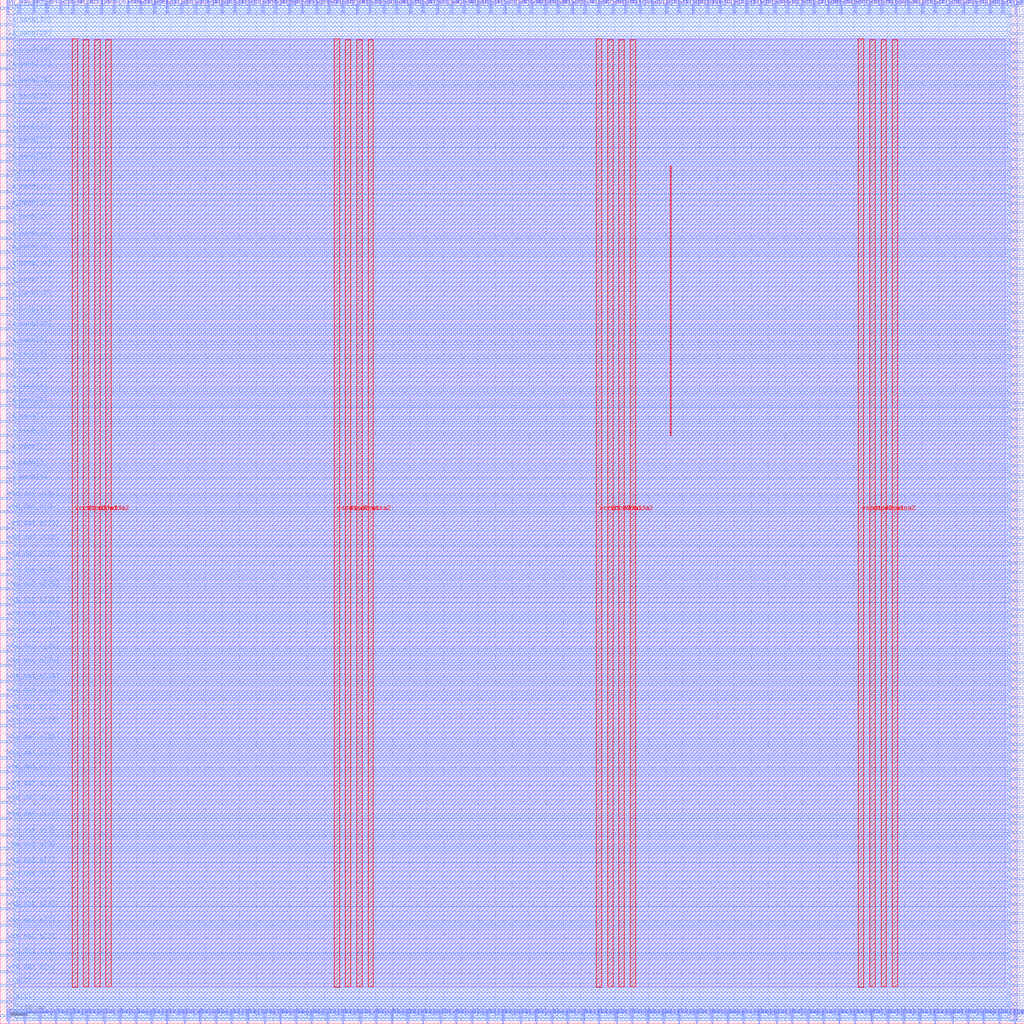
<source format=lef>
VERSION 5.7 ;
  NOWIREEXTENSIONATPIN ON ;
  DIVIDERCHAR "/" ;
  BUSBITCHARS "[]" ;
MACRO wrapped_wb_hyperram
  CLASS BLOCK ;
  FOREIGN wrapped_wb_hyperram ;
  ORIGIN 0.000 0.000 ;
  SIZE 300.000 BY 300.000 ;
  PIN active
    DIRECTION INPUT ;
    USE SIGNAL ;
    PORT
      LAYER met2 ;
        RECT 25.390 296.000 25.670 300.000 ;
    END
  END active
  PIN io_in[0]
    DIRECTION INPUT ;
    USE SIGNAL ;
    PORT
      LAYER met3 ;
        RECT 296.000 0.720 300.000 1.320 ;
    END
  END io_in[0]
  PIN io_in[10]
    DIRECTION INPUT ;
    USE SIGNAL ;
    PORT
      LAYER met3 ;
        RECT 296.000 79.600 300.000 80.200 ;
    END
  END io_in[10]
  PIN io_in[11]
    DIRECTION INPUT ;
    USE SIGNAL ;
    PORT
      LAYER met3 ;
        RECT 296.000 87.080 300.000 87.680 ;
    END
  END io_in[11]
  PIN io_in[12]
    DIRECTION INPUT ;
    USE SIGNAL ;
    PORT
      LAYER met3 ;
        RECT 296.000 95.240 300.000 95.840 ;
    END
  END io_in[12]
  PIN io_in[13]
    DIRECTION INPUT ;
    USE SIGNAL ;
    PORT
      LAYER met3 ;
        RECT 296.000 102.720 300.000 103.320 ;
    END
  END io_in[13]
  PIN io_in[14]
    DIRECTION INPUT ;
    USE SIGNAL ;
    PORT
      LAYER met3 ;
        RECT 296.000 110.880 300.000 111.480 ;
    END
  END io_in[14]
  PIN io_in[15]
    DIRECTION INPUT ;
    USE SIGNAL ;
    PORT
      LAYER met3 ;
        RECT 296.000 119.040 300.000 119.640 ;
    END
  END io_in[15]
  PIN io_in[16]
    DIRECTION INPUT ;
    USE SIGNAL ;
    PORT
      LAYER met3 ;
        RECT 296.000 126.520 300.000 127.120 ;
    END
  END io_in[16]
  PIN io_in[17]
    DIRECTION INPUT ;
    USE SIGNAL ;
    PORT
      LAYER met3 ;
        RECT 296.000 134.680 300.000 135.280 ;
    END
  END io_in[17]
  PIN io_in[18]
    DIRECTION INPUT ;
    USE SIGNAL ;
    PORT
      LAYER met3 ;
        RECT 296.000 142.160 300.000 142.760 ;
    END
  END io_in[18]
  PIN io_in[19]
    DIRECTION INPUT ;
    USE SIGNAL ;
    PORT
      LAYER met3 ;
        RECT 296.000 150.320 300.000 150.920 ;
    END
  END io_in[19]
  PIN io_in[1]
    DIRECTION INPUT ;
    USE SIGNAL ;
    PORT
      LAYER met3 ;
        RECT 296.000 8.200 300.000 8.800 ;
    END
  END io_in[1]
  PIN io_in[20]
    DIRECTION INPUT ;
    USE SIGNAL ;
    PORT
      LAYER met3 ;
        RECT 296.000 158.480 300.000 159.080 ;
    END
  END io_in[20]
  PIN io_in[21]
    DIRECTION INPUT ;
    USE SIGNAL ;
    PORT
      LAYER met3 ;
        RECT 296.000 165.960 300.000 166.560 ;
    END
  END io_in[21]
  PIN io_in[22]
    DIRECTION INPUT ;
    USE SIGNAL ;
    PORT
      LAYER met3 ;
        RECT 296.000 174.120 300.000 174.720 ;
    END
  END io_in[22]
  PIN io_in[23]
    DIRECTION INPUT ;
    USE SIGNAL ;
    PORT
      LAYER met3 ;
        RECT 296.000 181.600 300.000 182.200 ;
    END
  END io_in[23]
  PIN io_in[24]
    DIRECTION INPUT ;
    USE SIGNAL ;
    PORT
      LAYER met3 ;
        RECT 296.000 189.760 300.000 190.360 ;
    END
  END io_in[24]
  PIN io_in[25]
    DIRECTION INPUT ;
    USE SIGNAL ;
    PORT
      LAYER met3 ;
        RECT 296.000 197.920 300.000 198.520 ;
    END
  END io_in[25]
  PIN io_in[26]
    DIRECTION INPUT ;
    USE SIGNAL ;
    PORT
      LAYER met3 ;
        RECT 296.000 205.400 300.000 206.000 ;
    END
  END io_in[26]
  PIN io_in[27]
    DIRECTION INPUT ;
    USE SIGNAL ;
    PORT
      LAYER met3 ;
        RECT 296.000 213.560 300.000 214.160 ;
    END
  END io_in[27]
  PIN io_in[28]
    DIRECTION INPUT ;
    USE SIGNAL ;
    PORT
      LAYER met3 ;
        RECT 296.000 221.040 300.000 221.640 ;
    END
  END io_in[28]
  PIN io_in[29]
    DIRECTION INPUT ;
    USE SIGNAL ;
    PORT
      LAYER met3 ;
        RECT 296.000 229.200 300.000 229.800 ;
    END
  END io_in[29]
  PIN io_in[2]
    DIRECTION INPUT ;
    USE SIGNAL ;
    PORT
      LAYER met3 ;
        RECT 296.000 16.360 300.000 16.960 ;
    END
  END io_in[2]
  PIN io_in[30]
    DIRECTION INPUT ;
    USE SIGNAL ;
    PORT
      LAYER met3 ;
        RECT 296.000 237.360 300.000 237.960 ;
    END
  END io_in[30]
  PIN io_in[31]
    DIRECTION INPUT ;
    USE SIGNAL ;
    PORT
      LAYER met3 ;
        RECT 296.000 244.840 300.000 245.440 ;
    END
  END io_in[31]
  PIN io_in[32]
    DIRECTION INPUT ;
    USE SIGNAL ;
    PORT
      LAYER met3 ;
        RECT 296.000 253.000 300.000 253.600 ;
    END
  END io_in[32]
  PIN io_in[33]
    DIRECTION INPUT ;
    USE SIGNAL ;
    PORT
      LAYER met3 ;
        RECT 296.000 260.480 300.000 261.080 ;
    END
  END io_in[33]
  PIN io_in[34]
    DIRECTION INPUT ;
    USE SIGNAL ;
    PORT
      LAYER met3 ;
        RECT 296.000 268.640 300.000 269.240 ;
    END
  END io_in[34]
  PIN io_in[35]
    DIRECTION INPUT ;
    USE SIGNAL ;
    PORT
      LAYER met3 ;
        RECT 296.000 276.800 300.000 277.400 ;
    END
  END io_in[35]
  PIN io_in[36]
    DIRECTION INPUT ;
    USE SIGNAL ;
    PORT
      LAYER met3 ;
        RECT 296.000 284.280 300.000 284.880 ;
    END
  END io_in[36]
  PIN io_in[37]
    DIRECTION INPUT ;
    USE SIGNAL ;
    PORT
      LAYER met3 ;
        RECT 296.000 292.440 300.000 293.040 ;
    END
  END io_in[37]
  PIN io_in[3]
    DIRECTION INPUT ;
    USE SIGNAL ;
    PORT
      LAYER met3 ;
        RECT 296.000 23.840 300.000 24.440 ;
    END
  END io_in[3]
  PIN io_in[4]
    DIRECTION INPUT ;
    USE SIGNAL ;
    PORT
      LAYER met3 ;
        RECT 296.000 32.000 300.000 32.600 ;
    END
  END io_in[4]
  PIN io_in[5]
    DIRECTION INPUT ;
    USE SIGNAL ;
    PORT
      LAYER met3 ;
        RECT 296.000 40.160 300.000 40.760 ;
    END
  END io_in[5]
  PIN io_in[6]
    DIRECTION INPUT ;
    USE SIGNAL ;
    PORT
      LAYER met3 ;
        RECT 296.000 47.640 300.000 48.240 ;
    END
  END io_in[6]
  PIN io_in[7]
    DIRECTION INPUT ;
    USE SIGNAL ;
    PORT
      LAYER met3 ;
        RECT 296.000 55.800 300.000 56.400 ;
    END
  END io_in[7]
  PIN io_in[8]
    DIRECTION INPUT ;
    USE SIGNAL ;
    PORT
      LAYER met3 ;
        RECT 296.000 63.280 300.000 63.880 ;
    END
  END io_in[8]
  PIN io_in[9]
    DIRECTION INPUT ;
    USE SIGNAL ;
    PORT
      LAYER met3 ;
        RECT 296.000 71.440 300.000 72.040 ;
    END
  END io_in[9]
  PIN io_oeb[0]
    DIRECTION OUTPUT TRISTATE ;
    USE SIGNAL ;
    PORT
      LAYER met3 ;
        RECT 296.000 5.480 300.000 6.080 ;
    END
  END io_oeb[0]
  PIN io_oeb[10]
    DIRECTION OUTPUT TRISTATE ;
    USE SIGNAL ;
    PORT
      LAYER met3 ;
        RECT 296.000 84.360 300.000 84.960 ;
    END
  END io_oeb[10]
  PIN io_oeb[11]
    DIRECTION OUTPUT TRISTATE ;
    USE SIGNAL ;
    PORT
      LAYER met3 ;
        RECT 296.000 92.520 300.000 93.120 ;
    END
  END io_oeb[11]
  PIN io_oeb[12]
    DIRECTION OUTPUT TRISTATE ;
    USE SIGNAL ;
    PORT
      LAYER met3 ;
        RECT 296.000 100.680 300.000 101.280 ;
    END
  END io_oeb[12]
  PIN io_oeb[13]
    DIRECTION OUTPUT TRISTATE ;
    USE SIGNAL ;
    PORT
      LAYER met3 ;
        RECT 296.000 108.160 300.000 108.760 ;
    END
  END io_oeb[13]
  PIN io_oeb[14]
    DIRECTION OUTPUT TRISTATE ;
    USE SIGNAL ;
    PORT
      LAYER met3 ;
        RECT 296.000 116.320 300.000 116.920 ;
    END
  END io_oeb[14]
  PIN io_oeb[15]
    DIRECTION OUTPUT TRISTATE ;
    USE SIGNAL ;
    PORT
      LAYER met3 ;
        RECT 296.000 123.800 300.000 124.400 ;
    END
  END io_oeb[15]
  PIN io_oeb[16]
    DIRECTION OUTPUT TRISTATE ;
    USE SIGNAL ;
    PORT
      LAYER met3 ;
        RECT 296.000 131.960 300.000 132.560 ;
    END
  END io_oeb[16]
  PIN io_oeb[17]
    DIRECTION OUTPUT TRISTATE ;
    USE SIGNAL ;
    PORT
      LAYER met3 ;
        RECT 296.000 140.120 300.000 140.720 ;
    END
  END io_oeb[17]
  PIN io_oeb[18]
    DIRECTION OUTPUT TRISTATE ;
    USE SIGNAL ;
    PORT
      LAYER met3 ;
        RECT 296.000 147.600 300.000 148.200 ;
    END
  END io_oeb[18]
  PIN io_oeb[19]
    DIRECTION OUTPUT TRISTATE ;
    USE SIGNAL ;
    PORT
      LAYER met3 ;
        RECT 296.000 155.760 300.000 156.360 ;
    END
  END io_oeb[19]
  PIN io_oeb[1]
    DIRECTION OUTPUT TRISTATE ;
    USE SIGNAL ;
    PORT
      LAYER met3 ;
        RECT 296.000 13.640 300.000 14.240 ;
    END
  END io_oeb[1]
  PIN io_oeb[20]
    DIRECTION OUTPUT TRISTATE ;
    USE SIGNAL ;
    PORT
      LAYER met3 ;
        RECT 296.000 163.240 300.000 163.840 ;
    END
  END io_oeb[20]
  PIN io_oeb[21]
    DIRECTION OUTPUT TRISTATE ;
    USE SIGNAL ;
    PORT
      LAYER met3 ;
        RECT 296.000 171.400 300.000 172.000 ;
    END
  END io_oeb[21]
  PIN io_oeb[22]
    DIRECTION OUTPUT TRISTATE ;
    USE SIGNAL ;
    PORT
      LAYER met3 ;
        RECT 296.000 179.560 300.000 180.160 ;
    END
  END io_oeb[22]
  PIN io_oeb[23]
    DIRECTION OUTPUT TRISTATE ;
    USE SIGNAL ;
    PORT
      LAYER met3 ;
        RECT 296.000 187.040 300.000 187.640 ;
    END
  END io_oeb[23]
  PIN io_oeb[24]
    DIRECTION OUTPUT TRISTATE ;
    USE SIGNAL ;
    PORT
      LAYER met3 ;
        RECT 296.000 195.200 300.000 195.800 ;
    END
  END io_oeb[24]
  PIN io_oeb[25]
    DIRECTION OUTPUT TRISTATE ;
    USE SIGNAL ;
    PORT
      LAYER met3 ;
        RECT 296.000 202.680 300.000 203.280 ;
    END
  END io_oeb[25]
  PIN io_oeb[26]
    DIRECTION OUTPUT TRISTATE ;
    USE SIGNAL ;
    PORT
      LAYER met3 ;
        RECT 296.000 210.840 300.000 211.440 ;
    END
  END io_oeb[26]
  PIN io_oeb[27]
    DIRECTION OUTPUT TRISTATE ;
    USE SIGNAL ;
    PORT
      LAYER met3 ;
        RECT 296.000 219.000 300.000 219.600 ;
    END
  END io_oeb[27]
  PIN io_oeb[28]
    DIRECTION OUTPUT TRISTATE ;
    USE SIGNAL ;
    PORT
      LAYER met3 ;
        RECT 296.000 226.480 300.000 227.080 ;
    END
  END io_oeb[28]
  PIN io_oeb[29]
    DIRECTION OUTPUT TRISTATE ;
    USE SIGNAL ;
    PORT
      LAYER met3 ;
        RECT 296.000 234.640 300.000 235.240 ;
    END
  END io_oeb[29]
  PIN io_oeb[2]
    DIRECTION OUTPUT TRISTATE ;
    USE SIGNAL ;
    PORT
      LAYER met3 ;
        RECT 296.000 21.120 300.000 21.720 ;
    END
  END io_oeb[2]
  PIN io_oeb[30]
    DIRECTION OUTPUT TRISTATE ;
    USE SIGNAL ;
    PORT
      LAYER met3 ;
        RECT 296.000 242.120 300.000 242.720 ;
    END
  END io_oeb[30]
  PIN io_oeb[31]
    DIRECTION OUTPUT TRISTATE ;
    USE SIGNAL ;
    PORT
      LAYER met3 ;
        RECT 296.000 250.280 300.000 250.880 ;
    END
  END io_oeb[31]
  PIN io_oeb[32]
    DIRECTION OUTPUT TRISTATE ;
    USE SIGNAL ;
    PORT
      LAYER met3 ;
        RECT 296.000 258.440 300.000 259.040 ;
    END
  END io_oeb[32]
  PIN io_oeb[33]
    DIRECTION OUTPUT TRISTATE ;
    USE SIGNAL ;
    PORT
      LAYER met3 ;
        RECT 296.000 265.920 300.000 266.520 ;
    END
  END io_oeb[33]
  PIN io_oeb[34]
    DIRECTION OUTPUT TRISTATE ;
    USE SIGNAL ;
    PORT
      LAYER met3 ;
        RECT 296.000 274.080 300.000 274.680 ;
    END
  END io_oeb[34]
  PIN io_oeb[35]
    DIRECTION OUTPUT TRISTATE ;
    USE SIGNAL ;
    PORT
      LAYER met3 ;
        RECT 296.000 281.560 300.000 282.160 ;
    END
  END io_oeb[35]
  PIN io_oeb[36]
    DIRECTION OUTPUT TRISTATE ;
    USE SIGNAL ;
    PORT
      LAYER met3 ;
        RECT 296.000 289.720 300.000 290.320 ;
    END
  END io_oeb[36]
  PIN io_oeb[37]
    DIRECTION OUTPUT TRISTATE ;
    USE SIGNAL ;
    PORT
      LAYER met3 ;
        RECT 296.000 297.880 300.000 298.480 ;
    END
  END io_oeb[37]
  PIN io_oeb[3]
    DIRECTION OUTPUT TRISTATE ;
    USE SIGNAL ;
    PORT
      LAYER met3 ;
        RECT 296.000 29.280 300.000 29.880 ;
    END
  END io_oeb[3]
  PIN io_oeb[4]
    DIRECTION OUTPUT TRISTATE ;
    USE SIGNAL ;
    PORT
      LAYER met3 ;
        RECT 296.000 37.440 300.000 38.040 ;
    END
  END io_oeb[4]
  PIN io_oeb[5]
    DIRECTION OUTPUT TRISTATE ;
    USE SIGNAL ;
    PORT
      LAYER met3 ;
        RECT 296.000 44.920 300.000 45.520 ;
    END
  END io_oeb[5]
  PIN io_oeb[6]
    DIRECTION OUTPUT TRISTATE ;
    USE SIGNAL ;
    PORT
      LAYER met3 ;
        RECT 296.000 53.080 300.000 53.680 ;
    END
  END io_oeb[6]
  PIN io_oeb[7]
    DIRECTION OUTPUT TRISTATE ;
    USE SIGNAL ;
    PORT
      LAYER met3 ;
        RECT 296.000 60.560 300.000 61.160 ;
    END
  END io_oeb[7]
  PIN io_oeb[8]
    DIRECTION OUTPUT TRISTATE ;
    USE SIGNAL ;
    PORT
      LAYER met3 ;
        RECT 296.000 68.720 300.000 69.320 ;
    END
  END io_oeb[8]
  PIN io_oeb[9]
    DIRECTION OUTPUT TRISTATE ;
    USE SIGNAL ;
    PORT
      LAYER met3 ;
        RECT 296.000 76.880 300.000 77.480 ;
    END
  END io_oeb[9]
  PIN io_out[0]
    DIRECTION OUTPUT TRISTATE ;
    USE SIGNAL ;
    PORT
      LAYER met3 ;
        RECT 296.000 2.760 300.000 3.360 ;
    END
  END io_out[0]
  PIN io_out[10]
    DIRECTION OUTPUT TRISTATE ;
    USE SIGNAL ;
    PORT
      LAYER met3 ;
        RECT 296.000 81.640 300.000 82.240 ;
    END
  END io_out[10]
  PIN io_out[11]
    DIRECTION OUTPUT TRISTATE ;
    USE SIGNAL ;
    PORT
      LAYER met3 ;
        RECT 296.000 89.800 300.000 90.400 ;
    END
  END io_out[11]
  PIN io_out[12]
    DIRECTION OUTPUT TRISTATE ;
    USE SIGNAL ;
    PORT
      LAYER met3 ;
        RECT 296.000 97.960 300.000 98.560 ;
    END
  END io_out[12]
  PIN io_out[13]
    DIRECTION OUTPUT TRISTATE ;
    USE SIGNAL ;
    PORT
      LAYER met3 ;
        RECT 296.000 105.440 300.000 106.040 ;
    END
  END io_out[13]
  PIN io_out[14]
    DIRECTION OUTPUT TRISTATE ;
    USE SIGNAL ;
    PORT
      LAYER met3 ;
        RECT 296.000 113.600 300.000 114.200 ;
    END
  END io_out[14]
  PIN io_out[15]
    DIRECTION OUTPUT TRISTATE ;
    USE SIGNAL ;
    PORT
      LAYER met3 ;
        RECT 296.000 121.080 300.000 121.680 ;
    END
  END io_out[15]
  PIN io_out[16]
    DIRECTION OUTPUT TRISTATE ;
    USE SIGNAL ;
    PORT
      LAYER met3 ;
        RECT 296.000 129.240 300.000 129.840 ;
    END
  END io_out[16]
  PIN io_out[17]
    DIRECTION OUTPUT TRISTATE ;
    USE SIGNAL ;
    PORT
      LAYER met3 ;
        RECT 296.000 137.400 300.000 138.000 ;
    END
  END io_out[17]
  PIN io_out[18]
    DIRECTION OUTPUT TRISTATE ;
    USE SIGNAL ;
    PORT
      LAYER met3 ;
        RECT 296.000 144.880 300.000 145.480 ;
    END
  END io_out[18]
  PIN io_out[19]
    DIRECTION OUTPUT TRISTATE ;
    USE SIGNAL ;
    PORT
      LAYER met3 ;
        RECT 296.000 153.040 300.000 153.640 ;
    END
  END io_out[19]
  PIN io_out[1]
    DIRECTION OUTPUT TRISTATE ;
    USE SIGNAL ;
    PORT
      LAYER met3 ;
        RECT 296.000 10.920 300.000 11.520 ;
    END
  END io_out[1]
  PIN io_out[20]
    DIRECTION OUTPUT TRISTATE ;
    USE SIGNAL ;
    PORT
      LAYER met3 ;
        RECT 296.000 160.520 300.000 161.120 ;
    END
  END io_out[20]
  PIN io_out[21]
    DIRECTION OUTPUT TRISTATE ;
    USE SIGNAL ;
    PORT
      LAYER met3 ;
        RECT 296.000 168.680 300.000 169.280 ;
    END
  END io_out[21]
  PIN io_out[22]
    DIRECTION OUTPUT TRISTATE ;
    USE SIGNAL ;
    PORT
      LAYER met3 ;
        RECT 296.000 176.840 300.000 177.440 ;
    END
  END io_out[22]
  PIN io_out[23]
    DIRECTION OUTPUT TRISTATE ;
    USE SIGNAL ;
    PORT
      LAYER met3 ;
        RECT 296.000 184.320 300.000 184.920 ;
    END
  END io_out[23]
  PIN io_out[24]
    DIRECTION OUTPUT TRISTATE ;
    USE SIGNAL ;
    PORT
      LAYER met3 ;
        RECT 296.000 192.480 300.000 193.080 ;
    END
  END io_out[24]
  PIN io_out[25]
    DIRECTION OUTPUT TRISTATE ;
    USE SIGNAL ;
    PORT
      LAYER met3 ;
        RECT 296.000 200.640 300.000 201.240 ;
    END
  END io_out[25]
  PIN io_out[26]
    DIRECTION OUTPUT TRISTATE ;
    USE SIGNAL ;
    PORT
      LAYER met3 ;
        RECT 296.000 208.120 300.000 208.720 ;
    END
  END io_out[26]
  PIN io_out[27]
    DIRECTION OUTPUT TRISTATE ;
    USE SIGNAL ;
    PORT
      LAYER met3 ;
        RECT 296.000 216.280 300.000 216.880 ;
    END
  END io_out[27]
  PIN io_out[28]
    DIRECTION OUTPUT TRISTATE ;
    USE SIGNAL ;
    PORT
      LAYER met3 ;
        RECT 296.000 223.760 300.000 224.360 ;
    END
  END io_out[28]
  PIN io_out[29]
    DIRECTION OUTPUT TRISTATE ;
    USE SIGNAL ;
    PORT
      LAYER met3 ;
        RECT 296.000 231.920 300.000 232.520 ;
    END
  END io_out[29]
  PIN io_out[2]
    DIRECTION OUTPUT TRISTATE ;
    USE SIGNAL ;
    PORT
      LAYER met3 ;
        RECT 296.000 19.080 300.000 19.680 ;
    END
  END io_out[2]
  PIN io_out[30]
    DIRECTION OUTPUT TRISTATE ;
    USE SIGNAL ;
    PORT
      LAYER met3 ;
        RECT 296.000 240.080 300.000 240.680 ;
    END
  END io_out[30]
  PIN io_out[31]
    DIRECTION OUTPUT TRISTATE ;
    USE SIGNAL ;
    PORT
      LAYER met3 ;
        RECT 296.000 247.560 300.000 248.160 ;
    END
  END io_out[31]
  PIN io_out[32]
    DIRECTION OUTPUT TRISTATE ;
    USE SIGNAL ;
    PORT
      LAYER met3 ;
        RECT 296.000 255.720 300.000 256.320 ;
    END
  END io_out[32]
  PIN io_out[33]
    DIRECTION OUTPUT TRISTATE ;
    USE SIGNAL ;
    PORT
      LAYER met3 ;
        RECT 296.000 263.200 300.000 263.800 ;
    END
  END io_out[33]
  PIN io_out[34]
    DIRECTION OUTPUT TRISTATE ;
    USE SIGNAL ;
    PORT
      LAYER met3 ;
        RECT 296.000 271.360 300.000 271.960 ;
    END
  END io_out[34]
  PIN io_out[35]
    DIRECTION OUTPUT TRISTATE ;
    USE SIGNAL ;
    PORT
      LAYER met3 ;
        RECT 296.000 279.520 300.000 280.120 ;
    END
  END io_out[35]
  PIN io_out[36]
    DIRECTION OUTPUT TRISTATE ;
    USE SIGNAL ;
    PORT
      LAYER met3 ;
        RECT 296.000 287.000 300.000 287.600 ;
    END
  END io_out[36]
  PIN io_out[37]
    DIRECTION OUTPUT TRISTATE ;
    USE SIGNAL ;
    PORT
      LAYER met3 ;
        RECT 296.000 295.160 300.000 295.760 ;
    END
  END io_out[37]
  PIN io_out[3]
    DIRECTION OUTPUT TRISTATE ;
    USE SIGNAL ;
    PORT
      LAYER met3 ;
        RECT 296.000 26.560 300.000 27.160 ;
    END
  END io_out[3]
  PIN io_out[4]
    DIRECTION OUTPUT TRISTATE ;
    USE SIGNAL ;
    PORT
      LAYER met3 ;
        RECT 296.000 34.720 300.000 35.320 ;
    END
  END io_out[4]
  PIN io_out[5]
    DIRECTION OUTPUT TRISTATE ;
    USE SIGNAL ;
    PORT
      LAYER met3 ;
        RECT 296.000 42.200 300.000 42.800 ;
    END
  END io_out[5]
  PIN io_out[6]
    DIRECTION OUTPUT TRISTATE ;
    USE SIGNAL ;
    PORT
      LAYER met3 ;
        RECT 296.000 50.360 300.000 50.960 ;
    END
  END io_out[6]
  PIN io_out[7]
    DIRECTION OUTPUT TRISTATE ;
    USE SIGNAL ;
    PORT
      LAYER met3 ;
        RECT 296.000 58.520 300.000 59.120 ;
    END
  END io_out[7]
  PIN io_out[8]
    DIRECTION OUTPUT TRISTATE ;
    USE SIGNAL ;
    PORT
      LAYER met3 ;
        RECT 296.000 66.000 300.000 66.600 ;
    END
  END io_out[8]
  PIN io_out[9]
    DIRECTION OUTPUT TRISTATE ;
    USE SIGNAL ;
    PORT
      LAYER met3 ;
        RECT 296.000 74.160 300.000 74.760 ;
    END
  END io_out[9]
  PIN irq[0]
    DIRECTION OUTPUT TRISTATE ;
    USE SIGNAL ;
    PORT
      LAYER met3 ;
        RECT 0.000 2.080 4.000 2.680 ;
    END
  END irq[0]
  PIN irq[1]
    DIRECTION OUTPUT TRISTATE ;
    USE SIGNAL ;
    PORT
      LAYER met3 ;
        RECT 0.000 6.160 4.000 6.760 ;
    END
  END irq[1]
  PIN irq[2]
    DIRECTION OUTPUT TRISTATE ;
    USE SIGNAL ;
    PORT
      LAYER met3 ;
        RECT 0.000 10.920 4.000 11.520 ;
    END
  END irq[2]
  PIN la_data_in[0]
    DIRECTION INPUT ;
    USE SIGNAL ;
    PORT
      LAYER met2 ;
        RECT 2.390 0.000 2.670 4.000 ;
    END
  END la_data_in[0]
  PIN la_data_in[10]
    DIRECTION INPUT ;
    USE SIGNAL ;
    PORT
      LAYER met2 ;
        RECT 48.850 0.000 49.130 4.000 ;
    END
  END la_data_in[10]
  PIN la_data_in[11]
    DIRECTION INPUT ;
    USE SIGNAL ;
    PORT
      LAYER met2 ;
        RECT 53.910 0.000 54.190 4.000 ;
    END
  END la_data_in[11]
  PIN la_data_in[12]
    DIRECTION INPUT ;
    USE SIGNAL ;
    PORT
      LAYER met2 ;
        RECT 58.510 0.000 58.790 4.000 ;
    END
  END la_data_in[12]
  PIN la_data_in[13]
    DIRECTION INPUT ;
    USE SIGNAL ;
    PORT
      LAYER met2 ;
        RECT 63.110 0.000 63.390 4.000 ;
    END
  END la_data_in[13]
  PIN la_data_in[14]
    DIRECTION INPUT ;
    USE SIGNAL ;
    PORT
      LAYER met2 ;
        RECT 67.710 0.000 67.990 4.000 ;
    END
  END la_data_in[14]
  PIN la_data_in[15]
    DIRECTION INPUT ;
    USE SIGNAL ;
    PORT
      LAYER met2 ;
        RECT 72.310 0.000 72.590 4.000 ;
    END
  END la_data_in[15]
  PIN la_data_in[16]
    DIRECTION INPUT ;
    USE SIGNAL ;
    PORT
      LAYER met2 ;
        RECT 77.370 0.000 77.650 4.000 ;
    END
  END la_data_in[16]
  PIN la_data_in[17]
    DIRECTION INPUT ;
    USE SIGNAL ;
    PORT
      LAYER met2 ;
        RECT 81.970 0.000 82.250 4.000 ;
    END
  END la_data_in[17]
  PIN la_data_in[18]
    DIRECTION INPUT ;
    USE SIGNAL ;
    PORT
      LAYER met2 ;
        RECT 86.570 0.000 86.850 4.000 ;
    END
  END la_data_in[18]
  PIN la_data_in[19]
    DIRECTION INPUT ;
    USE SIGNAL ;
    PORT
      LAYER met2 ;
        RECT 91.170 0.000 91.450 4.000 ;
    END
  END la_data_in[19]
  PIN la_data_in[1]
    DIRECTION INPUT ;
    USE SIGNAL ;
    PORT
      LAYER met2 ;
        RECT 6.990 0.000 7.270 4.000 ;
    END
  END la_data_in[1]
  PIN la_data_in[20]
    DIRECTION INPUT ;
    USE SIGNAL ;
    PORT
      LAYER met2 ;
        RECT 95.770 0.000 96.050 4.000 ;
    END
  END la_data_in[20]
  PIN la_data_in[21]
    DIRECTION INPUT ;
    USE SIGNAL ;
    PORT
      LAYER met2 ;
        RECT 100.370 0.000 100.650 4.000 ;
    END
  END la_data_in[21]
  PIN la_data_in[22]
    DIRECTION INPUT ;
    USE SIGNAL ;
    PORT
      LAYER met2 ;
        RECT 105.430 0.000 105.710 4.000 ;
    END
  END la_data_in[22]
  PIN la_data_in[23]
    DIRECTION INPUT ;
    USE SIGNAL ;
    PORT
      LAYER met2 ;
        RECT 110.030 0.000 110.310 4.000 ;
    END
  END la_data_in[23]
  PIN la_data_in[24]
    DIRECTION INPUT ;
    USE SIGNAL ;
    PORT
      LAYER met2 ;
        RECT 114.630 0.000 114.910 4.000 ;
    END
  END la_data_in[24]
  PIN la_data_in[25]
    DIRECTION INPUT ;
    USE SIGNAL ;
    PORT
      LAYER met2 ;
        RECT 119.230 0.000 119.510 4.000 ;
    END
  END la_data_in[25]
  PIN la_data_in[26]
    DIRECTION INPUT ;
    USE SIGNAL ;
    PORT
      LAYER met2 ;
        RECT 123.830 0.000 124.110 4.000 ;
    END
  END la_data_in[26]
  PIN la_data_in[27]
    DIRECTION INPUT ;
    USE SIGNAL ;
    PORT
      LAYER met2 ;
        RECT 128.890 0.000 129.170 4.000 ;
    END
  END la_data_in[27]
  PIN la_data_in[28]
    DIRECTION INPUT ;
    USE SIGNAL ;
    PORT
      LAYER met2 ;
        RECT 133.490 0.000 133.770 4.000 ;
    END
  END la_data_in[28]
  PIN la_data_in[29]
    DIRECTION INPUT ;
    USE SIGNAL ;
    PORT
      LAYER met2 ;
        RECT 138.090 0.000 138.370 4.000 ;
    END
  END la_data_in[29]
  PIN la_data_in[2]
    DIRECTION INPUT ;
    USE SIGNAL ;
    PORT
      LAYER met2 ;
        RECT 11.590 0.000 11.870 4.000 ;
    END
  END la_data_in[2]
  PIN la_data_in[30]
    DIRECTION INPUT ;
    USE SIGNAL ;
    PORT
      LAYER met2 ;
        RECT 142.690 0.000 142.970 4.000 ;
    END
  END la_data_in[30]
  PIN la_data_in[31]
    DIRECTION INPUT ;
    USE SIGNAL ;
    PORT
      LAYER met2 ;
        RECT 147.290 0.000 147.570 4.000 ;
    END
  END la_data_in[31]
  PIN la_data_in[3]
    DIRECTION INPUT ;
    USE SIGNAL ;
    PORT
      LAYER met2 ;
        RECT 16.190 0.000 16.470 4.000 ;
    END
  END la_data_in[3]
  PIN la_data_in[4]
    DIRECTION INPUT ;
    USE SIGNAL ;
    PORT
      LAYER met2 ;
        RECT 20.790 0.000 21.070 4.000 ;
    END
  END la_data_in[4]
  PIN la_data_in[5]
    DIRECTION INPUT ;
    USE SIGNAL ;
    PORT
      LAYER met2 ;
        RECT 25.390 0.000 25.670 4.000 ;
    END
  END la_data_in[5]
  PIN la_data_in[6]
    DIRECTION INPUT ;
    USE SIGNAL ;
    PORT
      LAYER met2 ;
        RECT 30.450 0.000 30.730 4.000 ;
    END
  END la_data_in[6]
  PIN la_data_in[7]
    DIRECTION INPUT ;
    USE SIGNAL ;
    PORT
      LAYER met2 ;
        RECT 35.050 0.000 35.330 4.000 ;
    END
  END la_data_in[7]
  PIN la_data_in[8]
    DIRECTION INPUT ;
    USE SIGNAL ;
    PORT
      LAYER met2 ;
        RECT 39.650 0.000 39.930 4.000 ;
    END
  END la_data_in[8]
  PIN la_data_in[9]
    DIRECTION INPUT ;
    USE SIGNAL ;
    PORT
      LAYER met2 ;
        RECT 44.250 0.000 44.530 4.000 ;
    END
  END la_data_in[9]
  PIN la_data_out[0]
    DIRECTION OUTPUT TRISTATE ;
    USE SIGNAL ;
    PORT
      LAYER met2 ;
        RECT 152.350 0.000 152.630 4.000 ;
    END
  END la_data_out[0]
  PIN la_data_out[10]
    DIRECTION OUTPUT TRISTATE ;
    USE SIGNAL ;
    PORT
      LAYER met2 ;
        RECT 198.810 0.000 199.090 4.000 ;
    END
  END la_data_out[10]
  PIN la_data_out[11]
    DIRECTION OUTPUT TRISTATE ;
    USE SIGNAL ;
    PORT
      LAYER met2 ;
        RECT 203.870 0.000 204.150 4.000 ;
    END
  END la_data_out[11]
  PIN la_data_out[12]
    DIRECTION OUTPUT TRISTATE ;
    USE SIGNAL ;
    PORT
      LAYER met2 ;
        RECT 208.470 0.000 208.750 4.000 ;
    END
  END la_data_out[12]
  PIN la_data_out[13]
    DIRECTION OUTPUT TRISTATE ;
    USE SIGNAL ;
    PORT
      LAYER met2 ;
        RECT 213.070 0.000 213.350 4.000 ;
    END
  END la_data_out[13]
  PIN la_data_out[14]
    DIRECTION OUTPUT TRISTATE ;
    USE SIGNAL ;
    PORT
      LAYER met2 ;
        RECT 217.670 0.000 217.950 4.000 ;
    END
  END la_data_out[14]
  PIN la_data_out[15]
    DIRECTION OUTPUT TRISTATE ;
    USE SIGNAL ;
    PORT
      LAYER met2 ;
        RECT 222.270 0.000 222.550 4.000 ;
    END
  END la_data_out[15]
  PIN la_data_out[16]
    DIRECTION OUTPUT TRISTATE ;
    USE SIGNAL ;
    PORT
      LAYER met2 ;
        RECT 227.330 0.000 227.610 4.000 ;
    END
  END la_data_out[16]
  PIN la_data_out[17]
    DIRECTION OUTPUT TRISTATE ;
    USE SIGNAL ;
    PORT
      LAYER met2 ;
        RECT 231.930 0.000 232.210 4.000 ;
    END
  END la_data_out[17]
  PIN la_data_out[18]
    DIRECTION OUTPUT TRISTATE ;
    USE SIGNAL ;
    PORT
      LAYER met2 ;
        RECT 236.530 0.000 236.810 4.000 ;
    END
  END la_data_out[18]
  PIN la_data_out[19]
    DIRECTION OUTPUT TRISTATE ;
    USE SIGNAL ;
    PORT
      LAYER met2 ;
        RECT 241.130 0.000 241.410 4.000 ;
    END
  END la_data_out[19]
  PIN la_data_out[1]
    DIRECTION OUTPUT TRISTATE ;
    USE SIGNAL ;
    PORT
      LAYER met2 ;
        RECT 156.950 0.000 157.230 4.000 ;
    END
  END la_data_out[1]
  PIN la_data_out[20]
    DIRECTION OUTPUT TRISTATE ;
    USE SIGNAL ;
    PORT
      LAYER met2 ;
        RECT 245.730 0.000 246.010 4.000 ;
    END
  END la_data_out[20]
  PIN la_data_out[21]
    DIRECTION OUTPUT TRISTATE ;
    USE SIGNAL ;
    PORT
      LAYER met2 ;
        RECT 250.330 0.000 250.610 4.000 ;
    END
  END la_data_out[21]
  PIN la_data_out[22]
    DIRECTION OUTPUT TRISTATE ;
    USE SIGNAL ;
    PORT
      LAYER met2 ;
        RECT 255.390 0.000 255.670 4.000 ;
    END
  END la_data_out[22]
  PIN la_data_out[23]
    DIRECTION OUTPUT TRISTATE ;
    USE SIGNAL ;
    PORT
      LAYER met2 ;
        RECT 259.990 0.000 260.270 4.000 ;
    END
  END la_data_out[23]
  PIN la_data_out[24]
    DIRECTION OUTPUT TRISTATE ;
    USE SIGNAL ;
    PORT
      LAYER met2 ;
        RECT 264.590 0.000 264.870 4.000 ;
    END
  END la_data_out[24]
  PIN la_data_out[25]
    DIRECTION OUTPUT TRISTATE ;
    USE SIGNAL ;
    PORT
      LAYER met2 ;
        RECT 269.190 0.000 269.470 4.000 ;
    END
  END la_data_out[25]
  PIN la_data_out[26]
    DIRECTION OUTPUT TRISTATE ;
    USE SIGNAL ;
    PORT
      LAYER met2 ;
        RECT 273.790 0.000 274.070 4.000 ;
    END
  END la_data_out[26]
  PIN la_data_out[27]
    DIRECTION OUTPUT TRISTATE ;
    USE SIGNAL ;
    PORT
      LAYER met2 ;
        RECT 278.850 0.000 279.130 4.000 ;
    END
  END la_data_out[27]
  PIN la_data_out[28]
    DIRECTION OUTPUT TRISTATE ;
    USE SIGNAL ;
    PORT
      LAYER met2 ;
        RECT 283.450 0.000 283.730 4.000 ;
    END
  END la_data_out[28]
  PIN la_data_out[29]
    DIRECTION OUTPUT TRISTATE ;
    USE SIGNAL ;
    PORT
      LAYER met2 ;
        RECT 288.050 0.000 288.330 4.000 ;
    END
  END la_data_out[29]
  PIN la_data_out[2]
    DIRECTION OUTPUT TRISTATE ;
    USE SIGNAL ;
    PORT
      LAYER met2 ;
        RECT 161.550 0.000 161.830 4.000 ;
    END
  END la_data_out[2]
  PIN la_data_out[30]
    DIRECTION OUTPUT TRISTATE ;
    USE SIGNAL ;
    PORT
      LAYER met2 ;
        RECT 292.650 0.000 292.930 4.000 ;
    END
  END la_data_out[30]
  PIN la_data_out[31]
    DIRECTION OUTPUT TRISTATE ;
    USE SIGNAL ;
    PORT
      LAYER met2 ;
        RECT 297.250 0.000 297.530 4.000 ;
    END
  END la_data_out[31]
  PIN la_data_out[3]
    DIRECTION OUTPUT TRISTATE ;
    USE SIGNAL ;
    PORT
      LAYER met2 ;
        RECT 166.150 0.000 166.430 4.000 ;
    END
  END la_data_out[3]
  PIN la_data_out[4]
    DIRECTION OUTPUT TRISTATE ;
    USE SIGNAL ;
    PORT
      LAYER met2 ;
        RECT 170.750 0.000 171.030 4.000 ;
    END
  END la_data_out[4]
  PIN la_data_out[5]
    DIRECTION OUTPUT TRISTATE ;
    USE SIGNAL ;
    PORT
      LAYER met2 ;
        RECT 175.350 0.000 175.630 4.000 ;
    END
  END la_data_out[5]
  PIN la_data_out[6]
    DIRECTION OUTPUT TRISTATE ;
    USE SIGNAL ;
    PORT
      LAYER met2 ;
        RECT 180.410 0.000 180.690 4.000 ;
    END
  END la_data_out[6]
  PIN la_data_out[7]
    DIRECTION OUTPUT TRISTATE ;
    USE SIGNAL ;
    PORT
      LAYER met2 ;
        RECT 185.010 0.000 185.290 4.000 ;
    END
  END la_data_out[7]
  PIN la_data_out[8]
    DIRECTION OUTPUT TRISTATE ;
    USE SIGNAL ;
    PORT
      LAYER met2 ;
        RECT 189.610 0.000 189.890 4.000 ;
    END
  END la_data_out[8]
  PIN la_data_out[9]
    DIRECTION OUTPUT TRISTATE ;
    USE SIGNAL ;
    PORT
      LAYER met2 ;
        RECT 194.210 0.000 194.490 4.000 ;
    END
  END la_data_out[9]
  PIN la_oenb[0]
    DIRECTION INPUT ;
    USE SIGNAL ;
    PORT
      LAYER met3 ;
        RECT 0.000 158.480 4.000 159.080 ;
    END
  END la_oenb[0]
  PIN la_oenb[10]
    DIRECTION INPUT ;
    USE SIGNAL ;
    PORT
      LAYER met3 ;
        RECT 0.000 203.360 4.000 203.960 ;
    END
  END la_oenb[10]
  PIN la_oenb[11]
    DIRECTION INPUT ;
    USE SIGNAL ;
    PORT
      LAYER met3 ;
        RECT 0.000 207.440 4.000 208.040 ;
    END
  END la_oenb[11]
  PIN la_oenb[12]
    DIRECTION INPUT ;
    USE SIGNAL ;
    PORT
      LAYER met3 ;
        RECT 0.000 212.200 4.000 212.800 ;
    END
  END la_oenb[12]
  PIN la_oenb[13]
    DIRECTION INPUT ;
    USE SIGNAL ;
    PORT
      LAYER met3 ;
        RECT 0.000 216.280 4.000 216.880 ;
    END
  END la_oenb[13]
  PIN la_oenb[14]
    DIRECTION INPUT ;
    USE SIGNAL ;
    PORT
      LAYER met3 ;
        RECT 0.000 221.040 4.000 221.640 ;
    END
  END la_oenb[14]
  PIN la_oenb[15]
    DIRECTION INPUT ;
    USE SIGNAL ;
    PORT
      LAYER met3 ;
        RECT 0.000 225.800 4.000 226.400 ;
    END
  END la_oenb[15]
  PIN la_oenb[16]
    DIRECTION INPUT ;
    USE SIGNAL ;
    PORT
      LAYER met3 ;
        RECT 0.000 229.880 4.000 230.480 ;
    END
  END la_oenb[16]
  PIN la_oenb[17]
    DIRECTION INPUT ;
    USE SIGNAL ;
    PORT
      LAYER met3 ;
        RECT 0.000 234.640 4.000 235.240 ;
    END
  END la_oenb[17]
  PIN la_oenb[18]
    DIRECTION INPUT ;
    USE SIGNAL ;
    PORT
      LAYER met3 ;
        RECT 0.000 238.720 4.000 239.320 ;
    END
  END la_oenb[18]
  PIN la_oenb[19]
    DIRECTION INPUT ;
    USE SIGNAL ;
    PORT
      LAYER met3 ;
        RECT 0.000 243.480 4.000 244.080 ;
    END
  END la_oenb[19]
  PIN la_oenb[1]
    DIRECTION INPUT ;
    USE SIGNAL ;
    PORT
      LAYER met3 ;
        RECT 0.000 162.560 4.000 163.160 ;
    END
  END la_oenb[1]
  PIN la_oenb[20]
    DIRECTION INPUT ;
    USE SIGNAL ;
    PORT
      LAYER met3 ;
        RECT 0.000 248.240 4.000 248.840 ;
    END
  END la_oenb[20]
  PIN la_oenb[21]
    DIRECTION INPUT ;
    USE SIGNAL ;
    PORT
      LAYER met3 ;
        RECT 0.000 252.320 4.000 252.920 ;
    END
  END la_oenb[21]
  PIN la_oenb[22]
    DIRECTION INPUT ;
    USE SIGNAL ;
    PORT
      LAYER met3 ;
        RECT 0.000 257.080 4.000 257.680 ;
    END
  END la_oenb[22]
  PIN la_oenb[23]
    DIRECTION INPUT ;
    USE SIGNAL ;
    PORT
      LAYER met3 ;
        RECT 0.000 261.160 4.000 261.760 ;
    END
  END la_oenb[23]
  PIN la_oenb[24]
    DIRECTION INPUT ;
    USE SIGNAL ;
    PORT
      LAYER met3 ;
        RECT 0.000 265.920 4.000 266.520 ;
    END
  END la_oenb[24]
  PIN la_oenb[25]
    DIRECTION INPUT ;
    USE SIGNAL ;
    PORT
      LAYER met3 ;
        RECT 0.000 270.000 4.000 270.600 ;
    END
  END la_oenb[25]
  PIN la_oenb[26]
    DIRECTION INPUT ;
    USE SIGNAL ;
    PORT
      LAYER met3 ;
        RECT 0.000 274.760 4.000 275.360 ;
    END
  END la_oenb[26]
  PIN la_oenb[27]
    DIRECTION INPUT ;
    USE SIGNAL ;
    PORT
      LAYER met3 ;
        RECT 0.000 279.520 4.000 280.120 ;
    END
  END la_oenb[27]
  PIN la_oenb[28]
    DIRECTION INPUT ;
    USE SIGNAL ;
    PORT
      LAYER met3 ;
        RECT 0.000 283.600 4.000 284.200 ;
    END
  END la_oenb[28]
  PIN la_oenb[29]
    DIRECTION INPUT ;
    USE SIGNAL ;
    PORT
      LAYER met3 ;
        RECT 0.000 288.360 4.000 288.960 ;
    END
  END la_oenb[29]
  PIN la_oenb[2]
    DIRECTION INPUT ;
    USE SIGNAL ;
    PORT
      LAYER met3 ;
        RECT 0.000 167.320 4.000 167.920 ;
    END
  END la_oenb[2]
  PIN la_oenb[30]
    DIRECTION INPUT ;
    USE SIGNAL ;
    PORT
      LAYER met3 ;
        RECT 0.000 292.440 4.000 293.040 ;
    END
  END la_oenb[30]
  PIN la_oenb[31]
    DIRECTION INPUT ;
    USE SIGNAL ;
    PORT
      LAYER met3 ;
        RECT 0.000 297.200 4.000 297.800 ;
    END
  END la_oenb[31]
  PIN la_oenb[3]
    DIRECTION INPUT ;
    USE SIGNAL ;
    PORT
      LAYER met3 ;
        RECT 0.000 172.080 4.000 172.680 ;
    END
  END la_oenb[3]
  PIN la_oenb[4]
    DIRECTION INPUT ;
    USE SIGNAL ;
    PORT
      LAYER met3 ;
        RECT 0.000 176.160 4.000 176.760 ;
    END
  END la_oenb[4]
  PIN la_oenb[5]
    DIRECTION INPUT ;
    USE SIGNAL ;
    PORT
      LAYER met3 ;
        RECT 0.000 180.920 4.000 181.520 ;
    END
  END la_oenb[5]
  PIN la_oenb[6]
    DIRECTION INPUT ;
    USE SIGNAL ;
    PORT
      LAYER met3 ;
        RECT 0.000 185.000 4.000 185.600 ;
    END
  END la_oenb[6]
  PIN la_oenb[7]
    DIRECTION INPUT ;
    USE SIGNAL ;
    PORT
      LAYER met3 ;
        RECT 0.000 189.760 4.000 190.360 ;
    END
  END la_oenb[7]
  PIN la_oenb[8]
    DIRECTION INPUT ;
    USE SIGNAL ;
    PORT
      LAYER met3 ;
        RECT 0.000 194.520 4.000 195.120 ;
    END
  END la_oenb[8]
  PIN la_oenb[9]
    DIRECTION INPUT ;
    USE SIGNAL ;
    PORT
      LAYER met3 ;
        RECT 0.000 198.600 4.000 199.200 ;
    END
  END la_oenb[9]
  PIN user_clock2
    DIRECTION INPUT ;
    USE SIGNAL ;
    PORT
      LAYER met2 ;
        RECT 29.530 296.000 29.810 300.000 ;
    END
  END user_clock2
  PIN wb_clk_i
    DIRECTION INPUT ;
    USE SIGNAL ;
    PORT
      LAYER met2 ;
        RECT 1.930 296.000 2.210 300.000 ;
    END
  END wb_clk_i
  PIN wb_rst_i
    DIRECTION INPUT ;
    USE SIGNAL ;
    PORT
      LAYER met2 ;
        RECT 5.610 296.000 5.890 300.000 ;
    END
  END wb_rst_i
  PIN wbs_ack_o
    DIRECTION OUTPUT TRISTATE ;
    USE SIGNAL ;
    PORT
      LAYER met2 ;
        RECT 21.250 296.000 21.530 300.000 ;
    END
  END wbs_ack_o
  PIN wbs_adr_i[0]
    DIRECTION INPUT ;
    USE SIGNAL ;
    PORT
      LAYER met2 ;
        RECT 48.850 296.000 49.130 300.000 ;
    END
  END wbs_adr_i[0]
  PIN wbs_adr_i[10]
    DIRECTION INPUT ;
    USE SIGNAL ;
    PORT
      LAYER met2 ;
        RECT 88.410 296.000 88.690 300.000 ;
    END
  END wbs_adr_i[10]
  PIN wbs_adr_i[11]
    DIRECTION INPUT ;
    USE SIGNAL ;
    PORT
      LAYER met2 ;
        RECT 92.550 296.000 92.830 300.000 ;
    END
  END wbs_adr_i[11]
  PIN wbs_adr_i[12]
    DIRECTION INPUT ;
    USE SIGNAL ;
    PORT
      LAYER met2 ;
        RECT 96.230 296.000 96.510 300.000 ;
    END
  END wbs_adr_i[12]
  PIN wbs_adr_i[13]
    DIRECTION INPUT ;
    USE SIGNAL ;
    PORT
      LAYER met2 ;
        RECT 100.370 296.000 100.650 300.000 ;
    END
  END wbs_adr_i[13]
  PIN wbs_adr_i[14]
    DIRECTION INPUT ;
    USE SIGNAL ;
    PORT
      LAYER met2 ;
        RECT 104.510 296.000 104.790 300.000 ;
    END
  END wbs_adr_i[14]
  PIN wbs_adr_i[15]
    DIRECTION INPUT ;
    USE SIGNAL ;
    PORT
      LAYER met2 ;
        RECT 108.190 296.000 108.470 300.000 ;
    END
  END wbs_adr_i[15]
  PIN wbs_adr_i[16]
    DIRECTION INPUT ;
    USE SIGNAL ;
    PORT
      LAYER met2 ;
        RECT 112.330 296.000 112.610 300.000 ;
    END
  END wbs_adr_i[16]
  PIN wbs_adr_i[17]
    DIRECTION INPUT ;
    USE SIGNAL ;
    PORT
      LAYER met2 ;
        RECT 116.010 296.000 116.290 300.000 ;
    END
  END wbs_adr_i[17]
  PIN wbs_adr_i[18]
    DIRECTION INPUT ;
    USE SIGNAL ;
    PORT
      LAYER met2 ;
        RECT 120.150 296.000 120.430 300.000 ;
    END
  END wbs_adr_i[18]
  PIN wbs_adr_i[19]
    DIRECTION INPUT ;
    USE SIGNAL ;
    PORT
      LAYER met2 ;
        RECT 123.830 296.000 124.110 300.000 ;
    END
  END wbs_adr_i[19]
  PIN wbs_adr_i[1]
    DIRECTION INPUT ;
    USE SIGNAL ;
    PORT
      LAYER met2 ;
        RECT 52.990 296.000 53.270 300.000 ;
    END
  END wbs_adr_i[1]
  PIN wbs_adr_i[20]
    DIRECTION INPUT ;
    USE SIGNAL ;
    PORT
      LAYER met2 ;
        RECT 127.970 296.000 128.250 300.000 ;
    END
  END wbs_adr_i[20]
  PIN wbs_adr_i[21]
    DIRECTION INPUT ;
    USE SIGNAL ;
    PORT
      LAYER met2 ;
        RECT 132.110 296.000 132.390 300.000 ;
    END
  END wbs_adr_i[21]
  PIN wbs_adr_i[22]
    DIRECTION INPUT ;
    USE SIGNAL ;
    PORT
      LAYER met2 ;
        RECT 135.790 296.000 136.070 300.000 ;
    END
  END wbs_adr_i[22]
  PIN wbs_adr_i[23]
    DIRECTION INPUT ;
    USE SIGNAL ;
    PORT
      LAYER met2 ;
        RECT 139.930 296.000 140.210 300.000 ;
    END
  END wbs_adr_i[23]
  PIN wbs_adr_i[24]
    DIRECTION INPUT ;
    USE SIGNAL ;
    PORT
      LAYER met2 ;
        RECT 143.610 296.000 143.890 300.000 ;
    END
  END wbs_adr_i[24]
  PIN wbs_adr_i[25]
    DIRECTION INPUT ;
    USE SIGNAL ;
    PORT
      LAYER met2 ;
        RECT 147.750 296.000 148.030 300.000 ;
    END
  END wbs_adr_i[25]
  PIN wbs_adr_i[26]
    DIRECTION INPUT ;
    USE SIGNAL ;
    PORT
      LAYER met2 ;
        RECT 151.890 296.000 152.170 300.000 ;
    END
  END wbs_adr_i[26]
  PIN wbs_adr_i[27]
    DIRECTION INPUT ;
    USE SIGNAL ;
    PORT
      LAYER met2 ;
        RECT 155.570 296.000 155.850 300.000 ;
    END
  END wbs_adr_i[27]
  PIN wbs_adr_i[28]
    DIRECTION INPUT ;
    USE SIGNAL ;
    PORT
      LAYER met2 ;
        RECT 159.710 296.000 159.990 300.000 ;
    END
  END wbs_adr_i[28]
  PIN wbs_adr_i[29]
    DIRECTION INPUT ;
    USE SIGNAL ;
    PORT
      LAYER met2 ;
        RECT 163.390 296.000 163.670 300.000 ;
    END
  END wbs_adr_i[29]
  PIN wbs_adr_i[2]
    DIRECTION INPUT ;
    USE SIGNAL ;
    PORT
      LAYER met2 ;
        RECT 57.130 296.000 57.410 300.000 ;
    END
  END wbs_adr_i[2]
  PIN wbs_adr_i[30]
    DIRECTION INPUT ;
    USE SIGNAL ;
    PORT
      LAYER met2 ;
        RECT 167.530 296.000 167.810 300.000 ;
    END
  END wbs_adr_i[30]
  PIN wbs_adr_i[31]
    DIRECTION INPUT ;
    USE SIGNAL ;
    PORT
      LAYER met2 ;
        RECT 171.210 296.000 171.490 300.000 ;
    END
  END wbs_adr_i[31]
  PIN wbs_adr_i[3]
    DIRECTION INPUT ;
    USE SIGNAL ;
    PORT
      LAYER met2 ;
        RECT 60.810 296.000 61.090 300.000 ;
    END
  END wbs_adr_i[3]
  PIN wbs_adr_i[4]
    DIRECTION INPUT ;
    USE SIGNAL ;
    PORT
      LAYER met2 ;
        RECT 64.950 296.000 65.230 300.000 ;
    END
  END wbs_adr_i[4]
  PIN wbs_adr_i[5]
    DIRECTION INPUT ;
    USE SIGNAL ;
    PORT
      LAYER met2 ;
        RECT 68.630 296.000 68.910 300.000 ;
    END
  END wbs_adr_i[5]
  PIN wbs_adr_i[6]
    DIRECTION INPUT ;
    USE SIGNAL ;
    PORT
      LAYER met2 ;
        RECT 72.770 296.000 73.050 300.000 ;
    END
  END wbs_adr_i[6]
  PIN wbs_adr_i[7]
    DIRECTION INPUT ;
    USE SIGNAL ;
    PORT
      LAYER met2 ;
        RECT 76.910 296.000 77.190 300.000 ;
    END
  END wbs_adr_i[7]
  PIN wbs_adr_i[8]
    DIRECTION INPUT ;
    USE SIGNAL ;
    PORT
      LAYER met2 ;
        RECT 80.590 296.000 80.870 300.000 ;
    END
  END wbs_adr_i[8]
  PIN wbs_adr_i[9]
    DIRECTION INPUT ;
    USE SIGNAL ;
    PORT
      LAYER met2 ;
        RECT 84.730 296.000 85.010 300.000 ;
    END
  END wbs_adr_i[9]
  PIN wbs_cyc_i
    DIRECTION INPUT ;
    USE SIGNAL ;
    PORT
      LAYER met2 ;
        RECT 13.430 296.000 13.710 300.000 ;
    END
  END wbs_cyc_i
  PIN wbs_dat_i[0]
    DIRECTION INPUT ;
    USE SIGNAL ;
    PORT
      LAYER met2 ;
        RECT 175.350 296.000 175.630 300.000 ;
    END
  END wbs_dat_i[0]
  PIN wbs_dat_i[10]
    DIRECTION INPUT ;
    USE SIGNAL ;
    PORT
      LAYER met2 ;
        RECT 214.910 296.000 215.190 300.000 ;
    END
  END wbs_dat_i[10]
  PIN wbs_dat_i[11]
    DIRECTION INPUT ;
    USE SIGNAL ;
    PORT
      LAYER met2 ;
        RECT 218.590 296.000 218.870 300.000 ;
    END
  END wbs_dat_i[11]
  PIN wbs_dat_i[12]
    DIRECTION INPUT ;
    USE SIGNAL ;
    PORT
      LAYER met2 ;
        RECT 222.730 296.000 223.010 300.000 ;
    END
  END wbs_dat_i[12]
  PIN wbs_dat_i[13]
    DIRECTION INPUT ;
    USE SIGNAL ;
    PORT
      LAYER met2 ;
        RECT 226.870 296.000 227.150 300.000 ;
    END
  END wbs_dat_i[13]
  PIN wbs_dat_i[14]
    DIRECTION INPUT ;
    USE SIGNAL ;
    PORT
      LAYER met2 ;
        RECT 230.550 296.000 230.830 300.000 ;
    END
  END wbs_dat_i[14]
  PIN wbs_dat_i[15]
    DIRECTION INPUT ;
    USE SIGNAL ;
    PORT
      LAYER met2 ;
        RECT 234.690 296.000 234.970 300.000 ;
    END
  END wbs_dat_i[15]
  PIN wbs_dat_i[16]
    DIRECTION INPUT ;
    USE SIGNAL ;
    PORT
      LAYER met2 ;
        RECT 238.370 296.000 238.650 300.000 ;
    END
  END wbs_dat_i[16]
  PIN wbs_dat_i[17]
    DIRECTION INPUT ;
    USE SIGNAL ;
    PORT
      LAYER met2 ;
        RECT 242.510 296.000 242.790 300.000 ;
    END
  END wbs_dat_i[17]
  PIN wbs_dat_i[18]
    DIRECTION INPUT ;
    USE SIGNAL ;
    PORT
      LAYER met2 ;
        RECT 246.190 296.000 246.470 300.000 ;
    END
  END wbs_dat_i[18]
  PIN wbs_dat_i[19]
    DIRECTION INPUT ;
    USE SIGNAL ;
    PORT
      LAYER met2 ;
        RECT 250.330 296.000 250.610 300.000 ;
    END
  END wbs_dat_i[19]
  PIN wbs_dat_i[1]
    DIRECTION INPUT ;
    USE SIGNAL ;
    PORT
      LAYER met2 ;
        RECT 179.490 296.000 179.770 300.000 ;
    END
  END wbs_dat_i[1]
  PIN wbs_dat_i[20]
    DIRECTION INPUT ;
    USE SIGNAL ;
    PORT
      LAYER met2 ;
        RECT 254.470 296.000 254.750 300.000 ;
    END
  END wbs_dat_i[20]
  PIN wbs_dat_i[21]
    DIRECTION INPUT ;
    USE SIGNAL ;
    PORT
      LAYER met2 ;
        RECT 258.150 296.000 258.430 300.000 ;
    END
  END wbs_dat_i[21]
  PIN wbs_dat_i[22]
    DIRECTION INPUT ;
    USE SIGNAL ;
    PORT
      LAYER met2 ;
        RECT 262.290 296.000 262.570 300.000 ;
    END
  END wbs_dat_i[22]
  PIN wbs_dat_i[23]
    DIRECTION INPUT ;
    USE SIGNAL ;
    PORT
      LAYER met2 ;
        RECT 265.970 296.000 266.250 300.000 ;
    END
  END wbs_dat_i[23]
  PIN wbs_dat_i[24]
    DIRECTION INPUT ;
    USE SIGNAL ;
    PORT
      LAYER met2 ;
        RECT 270.110 296.000 270.390 300.000 ;
    END
  END wbs_dat_i[24]
  PIN wbs_dat_i[25]
    DIRECTION INPUT ;
    USE SIGNAL ;
    PORT
      LAYER met2 ;
        RECT 273.790 296.000 274.070 300.000 ;
    END
  END wbs_dat_i[25]
  PIN wbs_dat_i[26]
    DIRECTION INPUT ;
    USE SIGNAL ;
    PORT
      LAYER met2 ;
        RECT 277.930 296.000 278.210 300.000 ;
    END
  END wbs_dat_i[26]
  PIN wbs_dat_i[27]
    DIRECTION INPUT ;
    USE SIGNAL ;
    PORT
      LAYER met2 ;
        RECT 282.070 296.000 282.350 300.000 ;
    END
  END wbs_dat_i[27]
  PIN wbs_dat_i[28]
    DIRECTION INPUT ;
    USE SIGNAL ;
    PORT
      LAYER met2 ;
        RECT 285.750 296.000 286.030 300.000 ;
    END
  END wbs_dat_i[28]
  PIN wbs_dat_i[29]
    DIRECTION INPUT ;
    USE SIGNAL ;
    PORT
      LAYER met2 ;
        RECT 289.890 296.000 290.170 300.000 ;
    END
  END wbs_dat_i[29]
  PIN wbs_dat_i[2]
    DIRECTION INPUT ;
    USE SIGNAL ;
    PORT
      LAYER met2 ;
        RECT 183.170 296.000 183.450 300.000 ;
    END
  END wbs_dat_i[2]
  PIN wbs_dat_i[30]
    DIRECTION INPUT ;
    USE SIGNAL ;
    PORT
      LAYER met2 ;
        RECT 293.570 296.000 293.850 300.000 ;
    END
  END wbs_dat_i[30]
  PIN wbs_dat_i[31]
    DIRECTION INPUT ;
    USE SIGNAL ;
    PORT
      LAYER met2 ;
        RECT 297.710 296.000 297.990 300.000 ;
    END
  END wbs_dat_i[31]
  PIN wbs_dat_i[3]
    DIRECTION INPUT ;
    USE SIGNAL ;
    PORT
      LAYER met2 ;
        RECT 187.310 296.000 187.590 300.000 ;
    END
  END wbs_dat_i[3]
  PIN wbs_dat_i[4]
    DIRECTION INPUT ;
    USE SIGNAL ;
    PORT
      LAYER met2 ;
        RECT 190.990 296.000 191.270 300.000 ;
    END
  END wbs_dat_i[4]
  PIN wbs_dat_i[5]
    DIRECTION INPUT ;
    USE SIGNAL ;
    PORT
      LAYER met2 ;
        RECT 195.130 296.000 195.410 300.000 ;
    END
  END wbs_dat_i[5]
  PIN wbs_dat_i[6]
    DIRECTION INPUT ;
    USE SIGNAL ;
    PORT
      LAYER met2 ;
        RECT 198.810 296.000 199.090 300.000 ;
    END
  END wbs_dat_i[6]
  PIN wbs_dat_i[7]
    DIRECTION INPUT ;
    USE SIGNAL ;
    PORT
      LAYER met2 ;
        RECT 202.950 296.000 203.230 300.000 ;
    END
  END wbs_dat_i[7]
  PIN wbs_dat_i[8]
    DIRECTION INPUT ;
    USE SIGNAL ;
    PORT
      LAYER met2 ;
        RECT 207.090 296.000 207.370 300.000 ;
    END
  END wbs_dat_i[8]
  PIN wbs_dat_i[9]
    DIRECTION INPUT ;
    USE SIGNAL ;
    PORT
      LAYER met2 ;
        RECT 210.770 296.000 211.050 300.000 ;
    END
  END wbs_dat_i[9]
  PIN wbs_dat_o[0]
    DIRECTION OUTPUT TRISTATE ;
    USE SIGNAL ;
    PORT
      LAYER met3 ;
        RECT 0.000 15.000 4.000 15.600 ;
    END
  END wbs_dat_o[0]
  PIN wbs_dat_o[10]
    DIRECTION OUTPUT TRISTATE ;
    USE SIGNAL ;
    PORT
      LAYER met3 ;
        RECT 0.000 59.880 4.000 60.480 ;
    END
  END wbs_dat_o[10]
  PIN wbs_dat_o[11]
    DIRECTION OUTPUT TRISTATE ;
    USE SIGNAL ;
    PORT
      LAYER met3 ;
        RECT 0.000 64.640 4.000 65.240 ;
    END
  END wbs_dat_o[11]
  PIN wbs_dat_o[12]
    DIRECTION OUTPUT TRISTATE ;
    USE SIGNAL ;
    PORT
      LAYER met3 ;
        RECT 0.000 68.720 4.000 69.320 ;
    END
  END wbs_dat_o[12]
  PIN wbs_dat_o[13]
    DIRECTION OUTPUT TRISTATE ;
    USE SIGNAL ;
    PORT
      LAYER met3 ;
        RECT 0.000 73.480 4.000 74.080 ;
    END
  END wbs_dat_o[13]
  PIN wbs_dat_o[14]
    DIRECTION OUTPUT TRISTATE ;
    USE SIGNAL ;
    PORT
      LAYER met3 ;
        RECT 0.000 77.560 4.000 78.160 ;
    END
  END wbs_dat_o[14]
  PIN wbs_dat_o[15]
    DIRECTION OUTPUT TRISTATE ;
    USE SIGNAL ;
    PORT
      LAYER met3 ;
        RECT 0.000 82.320 4.000 82.920 ;
    END
  END wbs_dat_o[15]
  PIN wbs_dat_o[16]
    DIRECTION OUTPUT TRISTATE ;
    USE SIGNAL ;
    PORT
      LAYER met3 ;
        RECT 0.000 87.080 4.000 87.680 ;
    END
  END wbs_dat_o[16]
  PIN wbs_dat_o[17]
    DIRECTION OUTPUT TRISTATE ;
    USE SIGNAL ;
    PORT
      LAYER met3 ;
        RECT 0.000 91.160 4.000 91.760 ;
    END
  END wbs_dat_o[17]
  PIN wbs_dat_o[18]
    DIRECTION OUTPUT TRISTATE ;
    USE SIGNAL ;
    PORT
      LAYER met3 ;
        RECT 0.000 95.920 4.000 96.520 ;
    END
  END wbs_dat_o[18]
  PIN wbs_dat_o[19]
    DIRECTION OUTPUT TRISTATE ;
    USE SIGNAL ;
    PORT
      LAYER met3 ;
        RECT 0.000 100.000 4.000 100.600 ;
    END
  END wbs_dat_o[19]
  PIN wbs_dat_o[1]
    DIRECTION OUTPUT TRISTATE ;
    USE SIGNAL ;
    PORT
      LAYER met3 ;
        RECT 0.000 19.760 4.000 20.360 ;
    END
  END wbs_dat_o[1]
  PIN wbs_dat_o[20]
    DIRECTION OUTPUT TRISTATE ;
    USE SIGNAL ;
    PORT
      LAYER met3 ;
        RECT 0.000 104.760 4.000 105.360 ;
    END
  END wbs_dat_o[20]
  PIN wbs_dat_o[21]
    DIRECTION OUTPUT TRISTATE ;
    USE SIGNAL ;
    PORT
      LAYER met3 ;
        RECT 0.000 108.840 4.000 109.440 ;
    END
  END wbs_dat_o[21]
  PIN wbs_dat_o[22]
    DIRECTION OUTPUT TRISTATE ;
    USE SIGNAL ;
    PORT
      LAYER met3 ;
        RECT 0.000 113.600 4.000 114.200 ;
    END
  END wbs_dat_o[22]
  PIN wbs_dat_o[23]
    DIRECTION OUTPUT TRISTATE ;
    USE SIGNAL ;
    PORT
      LAYER met3 ;
        RECT 0.000 118.360 4.000 118.960 ;
    END
  END wbs_dat_o[23]
  PIN wbs_dat_o[24]
    DIRECTION OUTPUT TRISTATE ;
    USE SIGNAL ;
    PORT
      LAYER met3 ;
        RECT 0.000 122.440 4.000 123.040 ;
    END
  END wbs_dat_o[24]
  PIN wbs_dat_o[25]
    DIRECTION OUTPUT TRISTATE ;
    USE SIGNAL ;
    PORT
      LAYER met3 ;
        RECT 0.000 127.200 4.000 127.800 ;
    END
  END wbs_dat_o[25]
  PIN wbs_dat_o[26]
    DIRECTION OUTPUT TRISTATE ;
    USE SIGNAL ;
    PORT
      LAYER met3 ;
        RECT 0.000 131.280 4.000 131.880 ;
    END
  END wbs_dat_o[26]
  PIN wbs_dat_o[27]
    DIRECTION OUTPUT TRISTATE ;
    USE SIGNAL ;
    PORT
      LAYER met3 ;
        RECT 0.000 136.040 4.000 136.640 ;
    END
  END wbs_dat_o[27]
  PIN wbs_dat_o[28]
    DIRECTION OUTPUT TRISTATE ;
    USE SIGNAL ;
    PORT
      LAYER met3 ;
        RECT 0.000 140.800 4.000 141.400 ;
    END
  END wbs_dat_o[28]
  PIN wbs_dat_o[29]
    DIRECTION OUTPUT TRISTATE ;
    USE SIGNAL ;
    PORT
      LAYER met3 ;
        RECT 0.000 144.880 4.000 145.480 ;
    END
  END wbs_dat_o[29]
  PIN wbs_dat_o[2]
    DIRECTION OUTPUT TRISTATE ;
    USE SIGNAL ;
    PORT
      LAYER met3 ;
        RECT 0.000 23.840 4.000 24.440 ;
    END
  END wbs_dat_o[2]
  PIN wbs_dat_o[30]
    DIRECTION OUTPUT TRISTATE ;
    USE SIGNAL ;
    PORT
      LAYER met3 ;
        RECT 0.000 149.640 4.000 150.240 ;
    END
  END wbs_dat_o[30]
  PIN wbs_dat_o[31]
    DIRECTION OUTPUT TRISTATE ;
    USE SIGNAL ;
    PORT
      LAYER met3 ;
        RECT 0.000 153.720 4.000 154.320 ;
    END
  END wbs_dat_o[31]
  PIN wbs_dat_o[3]
    DIRECTION OUTPUT TRISTATE ;
    USE SIGNAL ;
    PORT
      LAYER met3 ;
        RECT 0.000 28.600 4.000 29.200 ;
    END
  END wbs_dat_o[3]
  PIN wbs_dat_o[4]
    DIRECTION OUTPUT TRISTATE ;
    USE SIGNAL ;
    PORT
      LAYER met3 ;
        RECT 0.000 33.360 4.000 33.960 ;
    END
  END wbs_dat_o[4]
  PIN wbs_dat_o[5]
    DIRECTION OUTPUT TRISTATE ;
    USE SIGNAL ;
    PORT
      LAYER met3 ;
        RECT 0.000 37.440 4.000 38.040 ;
    END
  END wbs_dat_o[5]
  PIN wbs_dat_o[6]
    DIRECTION OUTPUT TRISTATE ;
    USE SIGNAL ;
    PORT
      LAYER met3 ;
        RECT 0.000 42.200 4.000 42.800 ;
    END
  END wbs_dat_o[6]
  PIN wbs_dat_o[7]
    DIRECTION OUTPUT TRISTATE ;
    USE SIGNAL ;
    PORT
      LAYER met3 ;
        RECT 0.000 46.280 4.000 46.880 ;
    END
  END wbs_dat_o[7]
  PIN wbs_dat_o[8]
    DIRECTION OUTPUT TRISTATE ;
    USE SIGNAL ;
    PORT
      LAYER met3 ;
        RECT 0.000 51.040 4.000 51.640 ;
    END
  END wbs_dat_o[8]
  PIN wbs_dat_o[9]
    DIRECTION OUTPUT TRISTATE ;
    USE SIGNAL ;
    PORT
      LAYER met3 ;
        RECT 0.000 55.120 4.000 55.720 ;
    END
  END wbs_dat_o[9]
  PIN wbs_sel_i[0]
    DIRECTION INPUT ;
    USE SIGNAL ;
    PORT
      LAYER met2 ;
        RECT 33.210 296.000 33.490 300.000 ;
    END
  END wbs_sel_i[0]
  PIN wbs_sel_i[1]
    DIRECTION INPUT ;
    USE SIGNAL ;
    PORT
      LAYER met2 ;
        RECT 37.350 296.000 37.630 300.000 ;
    END
  END wbs_sel_i[1]
  PIN wbs_sel_i[2]
    DIRECTION INPUT ;
    USE SIGNAL ;
    PORT
      LAYER met2 ;
        RECT 41.030 296.000 41.310 300.000 ;
    END
  END wbs_sel_i[2]
  PIN wbs_sel_i[3]
    DIRECTION INPUT ;
    USE SIGNAL ;
    PORT
      LAYER met2 ;
        RECT 45.170 296.000 45.450 300.000 ;
    END
  END wbs_sel_i[3]
  PIN wbs_stb_i
    DIRECTION INPUT ;
    USE SIGNAL ;
    PORT
      LAYER met2 ;
        RECT 9.750 296.000 10.030 300.000 ;
    END
  END wbs_stb_i
  PIN wbs_we_i
    DIRECTION INPUT ;
    USE SIGNAL ;
    PORT
      LAYER met2 ;
        RECT 17.570 296.000 17.850 300.000 ;
    END
  END wbs_we_i
  PIN vccd1
    DIRECTION INOUT ;
    USE POWER ;
    PORT
      LAYER met4 ;
        RECT 174.640 10.640 176.240 288.560 ;
    END
  END vccd1
  PIN vccd1
    DIRECTION INOUT ;
    USE POWER ;
    PORT
      LAYER met4 ;
        RECT 21.040 10.640 22.640 288.560 ;
    END
  END vccd1
  PIN vssd1
    DIRECTION INOUT ;
    USE GROUND ;
    PORT
      LAYER met4 ;
        RECT 251.440 10.640 253.040 288.560 ;
    END
  END vssd1
  PIN vssd1
    DIRECTION INOUT ;
    USE GROUND ;
    PORT
      LAYER met4 ;
        RECT 97.840 10.640 99.440 288.560 ;
    END
  END vssd1
  PIN vccd2
    DIRECTION INOUT ;
    USE POWER ;
    PORT
      LAYER met4 ;
        RECT 177.940 10.880 179.540 288.320 ;
    END
  END vccd2
  PIN vccd2
    DIRECTION INOUT ;
    USE POWER ;
    PORT
      LAYER met4 ;
        RECT 24.340 10.880 25.940 288.320 ;
    END
  END vccd2
  PIN vssd2
    DIRECTION INOUT ;
    USE GROUND ;
    PORT
      LAYER met4 ;
        RECT 254.740 10.880 256.340 288.320 ;
    END
  END vssd2
  PIN vssd2
    DIRECTION INOUT ;
    USE GROUND ;
    PORT
      LAYER met4 ;
        RECT 101.140 10.880 102.740 288.320 ;
    END
  END vssd2
  PIN vdda1
    DIRECTION INOUT ;
    USE POWER ;
    PORT
      LAYER met4 ;
        RECT 181.240 10.880 182.840 288.320 ;
    END
  END vdda1
  PIN vdda1
    DIRECTION INOUT ;
    USE POWER ;
    PORT
      LAYER met4 ;
        RECT 27.640 10.880 29.240 288.320 ;
    END
  END vdda1
  PIN vssa1
    DIRECTION INOUT ;
    USE GROUND ;
    PORT
      LAYER met4 ;
        RECT 258.040 10.880 259.640 288.320 ;
    END
  END vssa1
  PIN vssa1
    DIRECTION INOUT ;
    USE GROUND ;
    PORT
      LAYER met4 ;
        RECT 104.440 10.880 106.040 288.320 ;
    END
  END vssa1
  PIN vdda2
    DIRECTION INOUT ;
    USE POWER ;
    PORT
      LAYER met4 ;
        RECT 184.540 10.880 186.140 288.320 ;
    END
  END vdda2
  PIN vdda2
    DIRECTION INOUT ;
    USE POWER ;
    PORT
      LAYER met4 ;
        RECT 30.940 10.880 32.540 288.320 ;
    END
  END vdda2
  PIN vssa2
    DIRECTION INOUT ;
    USE GROUND ;
    PORT
      LAYER met4 ;
        RECT 261.340 10.880 262.940 288.320 ;
    END
  END vssa2
  PIN vssa2
    DIRECTION INOUT ;
    USE GROUND ;
    PORT
      LAYER met4 ;
        RECT 107.740 10.880 109.340 288.320 ;
    END
  END vssa2
  OBS
      LAYER li1 ;
        RECT 5.520 10.795 294.400 288.405 ;
      LAYER met1 ;
        RECT 1.910 3.440 298.010 288.560 ;
      LAYER met2 ;
        RECT 2.490 295.720 5.330 298.365 ;
        RECT 6.170 295.720 9.470 298.365 ;
        RECT 10.310 295.720 13.150 298.365 ;
        RECT 13.990 295.720 17.290 298.365 ;
        RECT 18.130 295.720 20.970 298.365 ;
        RECT 21.810 295.720 25.110 298.365 ;
        RECT 25.950 295.720 29.250 298.365 ;
        RECT 30.090 295.720 32.930 298.365 ;
        RECT 33.770 295.720 37.070 298.365 ;
        RECT 37.910 295.720 40.750 298.365 ;
        RECT 41.590 295.720 44.890 298.365 ;
        RECT 45.730 295.720 48.570 298.365 ;
        RECT 49.410 295.720 52.710 298.365 ;
        RECT 53.550 295.720 56.850 298.365 ;
        RECT 57.690 295.720 60.530 298.365 ;
        RECT 61.370 295.720 64.670 298.365 ;
        RECT 65.510 295.720 68.350 298.365 ;
        RECT 69.190 295.720 72.490 298.365 ;
        RECT 73.330 295.720 76.630 298.365 ;
        RECT 77.470 295.720 80.310 298.365 ;
        RECT 81.150 295.720 84.450 298.365 ;
        RECT 85.290 295.720 88.130 298.365 ;
        RECT 88.970 295.720 92.270 298.365 ;
        RECT 93.110 295.720 95.950 298.365 ;
        RECT 96.790 295.720 100.090 298.365 ;
        RECT 100.930 295.720 104.230 298.365 ;
        RECT 105.070 295.720 107.910 298.365 ;
        RECT 108.750 295.720 112.050 298.365 ;
        RECT 112.890 295.720 115.730 298.365 ;
        RECT 116.570 295.720 119.870 298.365 ;
        RECT 120.710 295.720 123.550 298.365 ;
        RECT 124.390 295.720 127.690 298.365 ;
        RECT 128.530 295.720 131.830 298.365 ;
        RECT 132.670 295.720 135.510 298.365 ;
        RECT 136.350 295.720 139.650 298.365 ;
        RECT 140.490 295.720 143.330 298.365 ;
        RECT 144.170 295.720 147.470 298.365 ;
        RECT 148.310 295.720 151.610 298.365 ;
        RECT 152.450 295.720 155.290 298.365 ;
        RECT 156.130 295.720 159.430 298.365 ;
        RECT 160.270 295.720 163.110 298.365 ;
        RECT 163.950 295.720 167.250 298.365 ;
        RECT 168.090 295.720 170.930 298.365 ;
        RECT 171.770 295.720 175.070 298.365 ;
        RECT 175.910 295.720 179.210 298.365 ;
        RECT 180.050 295.720 182.890 298.365 ;
        RECT 183.730 295.720 187.030 298.365 ;
        RECT 187.870 295.720 190.710 298.365 ;
        RECT 191.550 295.720 194.850 298.365 ;
        RECT 195.690 295.720 198.530 298.365 ;
        RECT 199.370 295.720 202.670 298.365 ;
        RECT 203.510 295.720 206.810 298.365 ;
        RECT 207.650 295.720 210.490 298.365 ;
        RECT 211.330 295.720 214.630 298.365 ;
        RECT 215.470 295.720 218.310 298.365 ;
        RECT 219.150 295.720 222.450 298.365 ;
        RECT 223.290 295.720 226.590 298.365 ;
        RECT 227.430 295.720 230.270 298.365 ;
        RECT 231.110 295.720 234.410 298.365 ;
        RECT 235.250 295.720 238.090 298.365 ;
        RECT 238.930 295.720 242.230 298.365 ;
        RECT 243.070 295.720 245.910 298.365 ;
        RECT 246.750 295.720 250.050 298.365 ;
        RECT 250.890 295.720 254.190 298.365 ;
        RECT 255.030 295.720 257.870 298.365 ;
        RECT 258.710 295.720 262.010 298.365 ;
        RECT 262.850 295.720 265.690 298.365 ;
        RECT 266.530 295.720 269.830 298.365 ;
        RECT 270.670 295.720 273.510 298.365 ;
        RECT 274.350 295.720 277.650 298.365 ;
        RECT 278.490 295.720 281.790 298.365 ;
        RECT 282.630 295.720 285.470 298.365 ;
        RECT 286.310 295.720 289.610 298.365 ;
        RECT 290.450 295.720 293.290 298.365 ;
        RECT 294.130 295.720 297.430 298.365 ;
        RECT 1.940 4.280 297.980 295.720 ;
        RECT 1.940 0.835 2.110 4.280 ;
        RECT 2.950 0.835 6.710 4.280 ;
        RECT 7.550 0.835 11.310 4.280 ;
        RECT 12.150 0.835 15.910 4.280 ;
        RECT 16.750 0.835 20.510 4.280 ;
        RECT 21.350 0.835 25.110 4.280 ;
        RECT 25.950 0.835 30.170 4.280 ;
        RECT 31.010 0.835 34.770 4.280 ;
        RECT 35.610 0.835 39.370 4.280 ;
        RECT 40.210 0.835 43.970 4.280 ;
        RECT 44.810 0.835 48.570 4.280 ;
        RECT 49.410 0.835 53.630 4.280 ;
        RECT 54.470 0.835 58.230 4.280 ;
        RECT 59.070 0.835 62.830 4.280 ;
        RECT 63.670 0.835 67.430 4.280 ;
        RECT 68.270 0.835 72.030 4.280 ;
        RECT 72.870 0.835 77.090 4.280 ;
        RECT 77.930 0.835 81.690 4.280 ;
        RECT 82.530 0.835 86.290 4.280 ;
        RECT 87.130 0.835 90.890 4.280 ;
        RECT 91.730 0.835 95.490 4.280 ;
        RECT 96.330 0.835 100.090 4.280 ;
        RECT 100.930 0.835 105.150 4.280 ;
        RECT 105.990 0.835 109.750 4.280 ;
        RECT 110.590 0.835 114.350 4.280 ;
        RECT 115.190 0.835 118.950 4.280 ;
        RECT 119.790 0.835 123.550 4.280 ;
        RECT 124.390 0.835 128.610 4.280 ;
        RECT 129.450 0.835 133.210 4.280 ;
        RECT 134.050 0.835 137.810 4.280 ;
        RECT 138.650 0.835 142.410 4.280 ;
        RECT 143.250 0.835 147.010 4.280 ;
        RECT 147.850 0.835 152.070 4.280 ;
        RECT 152.910 0.835 156.670 4.280 ;
        RECT 157.510 0.835 161.270 4.280 ;
        RECT 162.110 0.835 165.870 4.280 ;
        RECT 166.710 0.835 170.470 4.280 ;
        RECT 171.310 0.835 175.070 4.280 ;
        RECT 175.910 0.835 180.130 4.280 ;
        RECT 180.970 0.835 184.730 4.280 ;
        RECT 185.570 0.835 189.330 4.280 ;
        RECT 190.170 0.835 193.930 4.280 ;
        RECT 194.770 0.835 198.530 4.280 ;
        RECT 199.370 0.835 203.590 4.280 ;
        RECT 204.430 0.835 208.190 4.280 ;
        RECT 209.030 0.835 212.790 4.280 ;
        RECT 213.630 0.835 217.390 4.280 ;
        RECT 218.230 0.835 221.990 4.280 ;
        RECT 222.830 0.835 227.050 4.280 ;
        RECT 227.890 0.835 231.650 4.280 ;
        RECT 232.490 0.835 236.250 4.280 ;
        RECT 237.090 0.835 240.850 4.280 ;
        RECT 241.690 0.835 245.450 4.280 ;
        RECT 246.290 0.835 250.050 4.280 ;
        RECT 250.890 0.835 255.110 4.280 ;
        RECT 255.950 0.835 259.710 4.280 ;
        RECT 260.550 0.835 264.310 4.280 ;
        RECT 265.150 0.835 268.910 4.280 ;
        RECT 269.750 0.835 273.510 4.280 ;
        RECT 274.350 0.835 278.570 4.280 ;
        RECT 279.410 0.835 283.170 4.280 ;
        RECT 284.010 0.835 287.770 4.280 ;
        RECT 288.610 0.835 292.370 4.280 ;
        RECT 293.210 0.835 296.970 4.280 ;
        RECT 297.810 0.835 297.980 4.280 ;
      LAYER met3 ;
        RECT 4.000 298.200 295.600 298.345 ;
        RECT 4.400 297.480 295.600 298.200 ;
        RECT 4.400 296.800 296.000 297.480 ;
        RECT 4.000 296.160 296.000 296.800 ;
        RECT 4.000 294.760 295.600 296.160 ;
        RECT 4.000 293.440 296.000 294.760 ;
        RECT 4.400 292.040 295.600 293.440 ;
        RECT 4.000 290.720 296.000 292.040 ;
        RECT 4.000 289.360 295.600 290.720 ;
        RECT 4.400 289.320 295.600 289.360 ;
        RECT 4.400 288.000 296.000 289.320 ;
        RECT 4.400 287.960 295.600 288.000 ;
        RECT 4.000 286.600 295.600 287.960 ;
        RECT 4.000 285.280 296.000 286.600 ;
        RECT 4.000 284.600 295.600 285.280 ;
        RECT 4.400 283.880 295.600 284.600 ;
        RECT 4.400 283.200 296.000 283.880 ;
        RECT 4.000 282.560 296.000 283.200 ;
        RECT 4.000 281.160 295.600 282.560 ;
        RECT 4.000 280.520 296.000 281.160 ;
        RECT 4.400 279.120 295.600 280.520 ;
        RECT 4.000 277.800 296.000 279.120 ;
        RECT 4.000 276.400 295.600 277.800 ;
        RECT 4.000 275.760 296.000 276.400 ;
        RECT 4.400 275.080 296.000 275.760 ;
        RECT 4.400 274.360 295.600 275.080 ;
        RECT 4.000 273.680 295.600 274.360 ;
        RECT 4.000 272.360 296.000 273.680 ;
        RECT 4.000 271.000 295.600 272.360 ;
        RECT 4.400 270.960 295.600 271.000 ;
        RECT 4.400 269.640 296.000 270.960 ;
        RECT 4.400 269.600 295.600 269.640 ;
        RECT 4.000 268.240 295.600 269.600 ;
        RECT 4.000 266.920 296.000 268.240 ;
        RECT 4.400 265.520 295.600 266.920 ;
        RECT 4.000 264.200 296.000 265.520 ;
        RECT 4.000 262.800 295.600 264.200 ;
        RECT 4.000 262.160 296.000 262.800 ;
        RECT 4.400 261.480 296.000 262.160 ;
        RECT 4.400 260.760 295.600 261.480 ;
        RECT 4.000 260.080 295.600 260.760 ;
        RECT 4.000 259.440 296.000 260.080 ;
        RECT 4.000 258.080 295.600 259.440 ;
        RECT 4.400 258.040 295.600 258.080 ;
        RECT 4.400 256.720 296.000 258.040 ;
        RECT 4.400 256.680 295.600 256.720 ;
        RECT 4.000 255.320 295.600 256.680 ;
        RECT 4.000 254.000 296.000 255.320 ;
        RECT 4.000 253.320 295.600 254.000 ;
        RECT 4.400 252.600 295.600 253.320 ;
        RECT 4.400 251.920 296.000 252.600 ;
        RECT 4.000 251.280 296.000 251.920 ;
        RECT 4.000 249.880 295.600 251.280 ;
        RECT 4.000 249.240 296.000 249.880 ;
        RECT 4.400 248.560 296.000 249.240 ;
        RECT 4.400 247.840 295.600 248.560 ;
        RECT 4.000 247.160 295.600 247.840 ;
        RECT 4.000 245.840 296.000 247.160 ;
        RECT 4.000 244.480 295.600 245.840 ;
        RECT 4.400 244.440 295.600 244.480 ;
        RECT 4.400 243.120 296.000 244.440 ;
        RECT 4.400 243.080 295.600 243.120 ;
        RECT 4.000 241.720 295.600 243.080 ;
        RECT 4.000 241.080 296.000 241.720 ;
        RECT 4.000 239.720 295.600 241.080 ;
        RECT 4.400 239.680 295.600 239.720 ;
        RECT 4.400 238.360 296.000 239.680 ;
        RECT 4.400 238.320 295.600 238.360 ;
        RECT 4.000 236.960 295.600 238.320 ;
        RECT 4.000 235.640 296.000 236.960 ;
        RECT 4.400 234.240 295.600 235.640 ;
        RECT 4.000 232.920 296.000 234.240 ;
        RECT 4.000 231.520 295.600 232.920 ;
        RECT 4.000 230.880 296.000 231.520 ;
        RECT 4.400 230.200 296.000 230.880 ;
        RECT 4.400 229.480 295.600 230.200 ;
        RECT 4.000 228.800 295.600 229.480 ;
        RECT 4.000 227.480 296.000 228.800 ;
        RECT 4.000 226.800 295.600 227.480 ;
        RECT 4.400 226.080 295.600 226.800 ;
        RECT 4.400 225.400 296.000 226.080 ;
        RECT 4.000 224.760 296.000 225.400 ;
        RECT 4.000 223.360 295.600 224.760 ;
        RECT 4.000 222.040 296.000 223.360 ;
        RECT 4.400 220.640 295.600 222.040 ;
        RECT 4.000 220.000 296.000 220.640 ;
        RECT 4.000 218.600 295.600 220.000 ;
        RECT 4.000 217.280 296.000 218.600 ;
        RECT 4.400 215.880 295.600 217.280 ;
        RECT 4.000 214.560 296.000 215.880 ;
        RECT 4.000 213.200 295.600 214.560 ;
        RECT 4.400 213.160 295.600 213.200 ;
        RECT 4.400 211.840 296.000 213.160 ;
        RECT 4.400 211.800 295.600 211.840 ;
        RECT 4.000 210.440 295.600 211.800 ;
        RECT 4.000 209.120 296.000 210.440 ;
        RECT 4.000 208.440 295.600 209.120 ;
        RECT 4.400 207.720 295.600 208.440 ;
        RECT 4.400 207.040 296.000 207.720 ;
        RECT 4.000 206.400 296.000 207.040 ;
        RECT 4.000 205.000 295.600 206.400 ;
        RECT 4.000 204.360 296.000 205.000 ;
        RECT 4.400 203.680 296.000 204.360 ;
        RECT 4.400 202.960 295.600 203.680 ;
        RECT 4.000 202.280 295.600 202.960 ;
        RECT 4.000 201.640 296.000 202.280 ;
        RECT 4.000 200.240 295.600 201.640 ;
        RECT 4.000 199.600 296.000 200.240 ;
        RECT 4.400 198.920 296.000 199.600 ;
        RECT 4.400 198.200 295.600 198.920 ;
        RECT 4.000 197.520 295.600 198.200 ;
        RECT 4.000 196.200 296.000 197.520 ;
        RECT 4.000 195.520 295.600 196.200 ;
        RECT 4.400 194.800 295.600 195.520 ;
        RECT 4.400 194.120 296.000 194.800 ;
        RECT 4.000 193.480 296.000 194.120 ;
        RECT 4.000 192.080 295.600 193.480 ;
        RECT 4.000 190.760 296.000 192.080 ;
        RECT 4.400 189.360 295.600 190.760 ;
        RECT 4.000 188.040 296.000 189.360 ;
        RECT 4.000 186.640 295.600 188.040 ;
        RECT 4.000 186.000 296.000 186.640 ;
        RECT 4.400 185.320 296.000 186.000 ;
        RECT 4.400 184.600 295.600 185.320 ;
        RECT 4.000 183.920 295.600 184.600 ;
        RECT 4.000 182.600 296.000 183.920 ;
        RECT 4.000 181.920 295.600 182.600 ;
        RECT 4.400 181.200 295.600 181.920 ;
        RECT 4.400 180.560 296.000 181.200 ;
        RECT 4.400 180.520 295.600 180.560 ;
        RECT 4.000 179.160 295.600 180.520 ;
        RECT 4.000 177.840 296.000 179.160 ;
        RECT 4.000 177.160 295.600 177.840 ;
        RECT 4.400 176.440 295.600 177.160 ;
        RECT 4.400 175.760 296.000 176.440 ;
        RECT 4.000 175.120 296.000 175.760 ;
        RECT 4.000 173.720 295.600 175.120 ;
        RECT 4.000 173.080 296.000 173.720 ;
        RECT 4.400 172.400 296.000 173.080 ;
        RECT 4.400 171.680 295.600 172.400 ;
        RECT 4.000 171.000 295.600 171.680 ;
        RECT 4.000 169.680 296.000 171.000 ;
        RECT 4.000 168.320 295.600 169.680 ;
        RECT 4.400 168.280 295.600 168.320 ;
        RECT 4.400 166.960 296.000 168.280 ;
        RECT 4.400 166.920 295.600 166.960 ;
        RECT 4.000 165.560 295.600 166.920 ;
        RECT 4.000 164.240 296.000 165.560 ;
        RECT 4.000 163.560 295.600 164.240 ;
        RECT 4.400 162.840 295.600 163.560 ;
        RECT 4.400 162.160 296.000 162.840 ;
        RECT 4.000 161.520 296.000 162.160 ;
        RECT 4.000 160.120 295.600 161.520 ;
        RECT 4.000 159.480 296.000 160.120 ;
        RECT 4.400 158.080 295.600 159.480 ;
        RECT 4.000 156.760 296.000 158.080 ;
        RECT 4.000 155.360 295.600 156.760 ;
        RECT 4.000 154.720 296.000 155.360 ;
        RECT 4.400 154.040 296.000 154.720 ;
        RECT 4.400 153.320 295.600 154.040 ;
        RECT 4.000 152.640 295.600 153.320 ;
        RECT 4.000 151.320 296.000 152.640 ;
        RECT 4.000 150.640 295.600 151.320 ;
        RECT 4.400 149.920 295.600 150.640 ;
        RECT 4.400 149.240 296.000 149.920 ;
        RECT 4.000 148.600 296.000 149.240 ;
        RECT 4.000 147.200 295.600 148.600 ;
        RECT 4.000 145.880 296.000 147.200 ;
        RECT 4.400 144.480 295.600 145.880 ;
        RECT 4.000 143.160 296.000 144.480 ;
        RECT 4.000 141.800 295.600 143.160 ;
        RECT 4.400 141.760 295.600 141.800 ;
        RECT 4.400 141.120 296.000 141.760 ;
        RECT 4.400 140.400 295.600 141.120 ;
        RECT 4.000 139.720 295.600 140.400 ;
        RECT 4.000 138.400 296.000 139.720 ;
        RECT 4.000 137.040 295.600 138.400 ;
        RECT 4.400 137.000 295.600 137.040 ;
        RECT 4.400 135.680 296.000 137.000 ;
        RECT 4.400 135.640 295.600 135.680 ;
        RECT 4.000 134.280 295.600 135.640 ;
        RECT 4.000 132.960 296.000 134.280 ;
        RECT 4.000 132.280 295.600 132.960 ;
        RECT 4.400 131.560 295.600 132.280 ;
        RECT 4.400 130.880 296.000 131.560 ;
        RECT 4.000 130.240 296.000 130.880 ;
        RECT 4.000 128.840 295.600 130.240 ;
        RECT 4.000 128.200 296.000 128.840 ;
        RECT 4.400 127.520 296.000 128.200 ;
        RECT 4.400 126.800 295.600 127.520 ;
        RECT 4.000 126.120 295.600 126.800 ;
        RECT 4.000 124.800 296.000 126.120 ;
        RECT 4.000 123.440 295.600 124.800 ;
        RECT 4.400 123.400 295.600 123.440 ;
        RECT 4.400 122.080 296.000 123.400 ;
        RECT 4.400 122.040 295.600 122.080 ;
        RECT 4.000 120.680 295.600 122.040 ;
        RECT 4.000 120.040 296.000 120.680 ;
        RECT 4.000 119.360 295.600 120.040 ;
        RECT 4.400 118.640 295.600 119.360 ;
        RECT 4.400 117.960 296.000 118.640 ;
        RECT 4.000 117.320 296.000 117.960 ;
        RECT 4.000 115.920 295.600 117.320 ;
        RECT 4.000 114.600 296.000 115.920 ;
        RECT 4.400 113.200 295.600 114.600 ;
        RECT 4.000 111.880 296.000 113.200 ;
        RECT 4.000 110.480 295.600 111.880 ;
        RECT 4.000 109.840 296.000 110.480 ;
        RECT 4.400 109.160 296.000 109.840 ;
        RECT 4.400 108.440 295.600 109.160 ;
        RECT 4.000 107.760 295.600 108.440 ;
        RECT 4.000 106.440 296.000 107.760 ;
        RECT 4.000 105.760 295.600 106.440 ;
        RECT 4.400 105.040 295.600 105.760 ;
        RECT 4.400 104.360 296.000 105.040 ;
        RECT 4.000 103.720 296.000 104.360 ;
        RECT 4.000 102.320 295.600 103.720 ;
        RECT 4.000 101.680 296.000 102.320 ;
        RECT 4.000 101.000 295.600 101.680 ;
        RECT 4.400 100.280 295.600 101.000 ;
        RECT 4.400 99.600 296.000 100.280 ;
        RECT 4.000 98.960 296.000 99.600 ;
        RECT 4.000 97.560 295.600 98.960 ;
        RECT 4.000 96.920 296.000 97.560 ;
        RECT 4.400 96.240 296.000 96.920 ;
        RECT 4.400 95.520 295.600 96.240 ;
        RECT 4.000 94.840 295.600 95.520 ;
        RECT 4.000 93.520 296.000 94.840 ;
        RECT 4.000 92.160 295.600 93.520 ;
        RECT 4.400 92.120 295.600 92.160 ;
        RECT 4.400 90.800 296.000 92.120 ;
        RECT 4.400 90.760 295.600 90.800 ;
        RECT 4.000 89.400 295.600 90.760 ;
        RECT 4.000 88.080 296.000 89.400 ;
        RECT 4.400 86.680 295.600 88.080 ;
        RECT 4.000 85.360 296.000 86.680 ;
        RECT 4.000 83.960 295.600 85.360 ;
        RECT 4.000 83.320 296.000 83.960 ;
        RECT 4.400 82.640 296.000 83.320 ;
        RECT 4.400 81.920 295.600 82.640 ;
        RECT 4.000 81.240 295.600 81.920 ;
        RECT 4.000 80.600 296.000 81.240 ;
        RECT 4.000 79.200 295.600 80.600 ;
        RECT 4.000 78.560 296.000 79.200 ;
        RECT 4.400 77.880 296.000 78.560 ;
        RECT 4.400 77.160 295.600 77.880 ;
        RECT 4.000 76.480 295.600 77.160 ;
        RECT 4.000 75.160 296.000 76.480 ;
        RECT 4.000 74.480 295.600 75.160 ;
        RECT 4.400 73.760 295.600 74.480 ;
        RECT 4.400 73.080 296.000 73.760 ;
        RECT 4.000 72.440 296.000 73.080 ;
        RECT 4.000 71.040 295.600 72.440 ;
        RECT 4.000 69.720 296.000 71.040 ;
        RECT 4.400 68.320 295.600 69.720 ;
        RECT 4.000 67.000 296.000 68.320 ;
        RECT 4.000 65.640 295.600 67.000 ;
        RECT 4.400 65.600 295.600 65.640 ;
        RECT 4.400 64.280 296.000 65.600 ;
        RECT 4.400 64.240 295.600 64.280 ;
        RECT 4.000 62.880 295.600 64.240 ;
        RECT 4.000 61.560 296.000 62.880 ;
        RECT 4.000 60.880 295.600 61.560 ;
        RECT 4.400 60.160 295.600 60.880 ;
        RECT 4.400 59.520 296.000 60.160 ;
        RECT 4.400 59.480 295.600 59.520 ;
        RECT 4.000 58.120 295.600 59.480 ;
        RECT 4.000 56.800 296.000 58.120 ;
        RECT 4.000 56.120 295.600 56.800 ;
        RECT 4.400 55.400 295.600 56.120 ;
        RECT 4.400 54.720 296.000 55.400 ;
        RECT 4.000 54.080 296.000 54.720 ;
        RECT 4.000 52.680 295.600 54.080 ;
        RECT 4.000 52.040 296.000 52.680 ;
        RECT 4.400 51.360 296.000 52.040 ;
        RECT 4.400 50.640 295.600 51.360 ;
        RECT 4.000 49.960 295.600 50.640 ;
        RECT 4.000 48.640 296.000 49.960 ;
        RECT 4.000 47.280 295.600 48.640 ;
        RECT 4.400 47.240 295.600 47.280 ;
        RECT 4.400 45.920 296.000 47.240 ;
        RECT 4.400 45.880 295.600 45.920 ;
        RECT 4.000 44.520 295.600 45.880 ;
        RECT 4.000 43.200 296.000 44.520 ;
        RECT 4.400 41.800 295.600 43.200 ;
        RECT 4.000 41.160 296.000 41.800 ;
        RECT 4.000 39.760 295.600 41.160 ;
        RECT 4.000 38.440 296.000 39.760 ;
        RECT 4.400 37.040 295.600 38.440 ;
        RECT 4.000 35.720 296.000 37.040 ;
        RECT 4.000 34.360 295.600 35.720 ;
        RECT 4.400 34.320 295.600 34.360 ;
        RECT 4.400 33.000 296.000 34.320 ;
        RECT 4.400 32.960 295.600 33.000 ;
        RECT 4.000 31.600 295.600 32.960 ;
        RECT 4.000 30.280 296.000 31.600 ;
        RECT 4.000 29.600 295.600 30.280 ;
        RECT 4.400 28.880 295.600 29.600 ;
        RECT 4.400 28.200 296.000 28.880 ;
        RECT 4.000 27.560 296.000 28.200 ;
        RECT 4.000 26.160 295.600 27.560 ;
        RECT 4.000 24.840 296.000 26.160 ;
        RECT 4.400 23.440 295.600 24.840 ;
        RECT 4.000 22.120 296.000 23.440 ;
        RECT 4.000 20.760 295.600 22.120 ;
        RECT 4.400 20.720 295.600 20.760 ;
        RECT 4.400 20.080 296.000 20.720 ;
        RECT 4.400 19.360 295.600 20.080 ;
        RECT 4.000 18.680 295.600 19.360 ;
        RECT 4.000 17.360 296.000 18.680 ;
        RECT 4.000 16.000 295.600 17.360 ;
        RECT 4.400 15.960 295.600 16.000 ;
        RECT 4.400 14.640 296.000 15.960 ;
        RECT 4.400 14.600 295.600 14.640 ;
        RECT 4.000 13.240 295.600 14.600 ;
        RECT 4.000 11.920 296.000 13.240 ;
        RECT 4.400 10.520 295.600 11.920 ;
        RECT 4.000 9.200 296.000 10.520 ;
        RECT 4.000 7.800 295.600 9.200 ;
        RECT 4.000 7.160 296.000 7.800 ;
        RECT 4.400 6.480 296.000 7.160 ;
        RECT 4.400 5.760 295.600 6.480 ;
        RECT 4.000 5.080 295.600 5.760 ;
        RECT 4.000 3.760 296.000 5.080 ;
        RECT 4.000 3.080 295.600 3.760 ;
        RECT 4.400 2.360 295.600 3.080 ;
        RECT 4.400 1.720 296.000 2.360 ;
        RECT 4.400 1.680 295.600 1.720 ;
        RECT 4.000 0.855 295.600 1.680 ;
      LAYER met4 ;
        RECT 196.255 172.215 196.585 251.425 ;
  END
END wrapped_wb_hyperram
END LIBRARY


</source>
